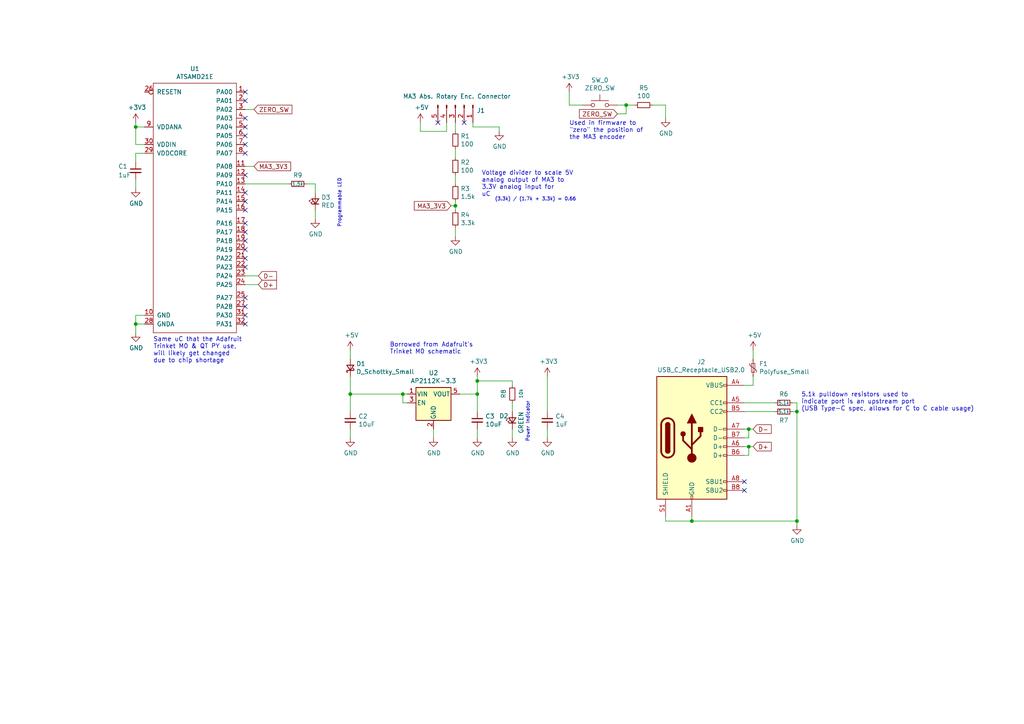
<source format=kicad_sch>
(kicad_sch (version 20211123) (generator eeschema)

  (uuid d3c11c8f-a73d-4211-934b-a6da255728ad)

  (paper "A4")

  (lib_symbols
    (symbol "Connector:Conn_01x05_Male" (pin_names (offset 1.016) hide) (in_bom yes) (on_board yes)
      (property "Reference" "J" (id 0) (at 0 7.62 0)
        (effects (font (size 1.27 1.27)))
      )
      (property "Value" "Conn_01x05_Male" (id 1) (at 0 -7.62 0)
        (effects (font (size 1.27 1.27)))
      )
      (property "Footprint" "" (id 2) (at 0 0 0)
        (effects (font (size 1.27 1.27)) hide)
      )
      (property "Datasheet" "~" (id 3) (at 0 0 0)
        (effects (font (size 1.27 1.27)) hide)
      )
      (property "ki_keywords" "connector" (id 4) (at 0 0 0)
        (effects (font (size 1.27 1.27)) hide)
      )
      (property "ki_description" "Generic connector, single row, 01x05, script generated (kicad-library-utils/schlib/autogen/connector/)" (id 5) (at 0 0 0)
        (effects (font (size 1.27 1.27)) hide)
      )
      (property "ki_fp_filters" "Connector*:*_1x??_*" (id 6) (at 0 0 0)
        (effects (font (size 1.27 1.27)) hide)
      )
      (symbol "Conn_01x05_Male_1_1"
        (polyline
          (pts
            (xy 1.27 -5.08)
            (xy 0.8636 -5.08)
          )
          (stroke (width 0.1524) (type default) (color 0 0 0 0))
          (fill (type none))
        )
        (polyline
          (pts
            (xy 1.27 -2.54)
            (xy 0.8636 -2.54)
          )
          (stroke (width 0.1524) (type default) (color 0 0 0 0))
          (fill (type none))
        )
        (polyline
          (pts
            (xy 1.27 0)
            (xy 0.8636 0)
          )
          (stroke (width 0.1524) (type default) (color 0 0 0 0))
          (fill (type none))
        )
        (polyline
          (pts
            (xy 1.27 2.54)
            (xy 0.8636 2.54)
          )
          (stroke (width 0.1524) (type default) (color 0 0 0 0))
          (fill (type none))
        )
        (polyline
          (pts
            (xy 1.27 5.08)
            (xy 0.8636 5.08)
          )
          (stroke (width 0.1524) (type default) (color 0 0 0 0))
          (fill (type none))
        )
        (rectangle (start 0.8636 -4.953) (end 0 -5.207)
          (stroke (width 0.1524) (type default) (color 0 0 0 0))
          (fill (type outline))
        )
        (rectangle (start 0.8636 -2.413) (end 0 -2.667)
          (stroke (width 0.1524) (type default) (color 0 0 0 0))
          (fill (type outline))
        )
        (rectangle (start 0.8636 0.127) (end 0 -0.127)
          (stroke (width 0.1524) (type default) (color 0 0 0 0))
          (fill (type outline))
        )
        (rectangle (start 0.8636 2.667) (end 0 2.413)
          (stroke (width 0.1524) (type default) (color 0 0 0 0))
          (fill (type outline))
        )
        (rectangle (start 0.8636 5.207) (end 0 4.953)
          (stroke (width 0.1524) (type default) (color 0 0 0 0))
          (fill (type outline))
        )
        (pin passive line (at 5.08 5.08 180) (length 3.81)
          (name "Pin_1" (effects (font (size 1.27 1.27))))
          (number "1" (effects (font (size 1.27 1.27))))
        )
        (pin passive line (at 5.08 2.54 180) (length 3.81)
          (name "Pin_2" (effects (font (size 1.27 1.27))))
          (number "2" (effects (font (size 1.27 1.27))))
        )
        (pin passive line (at 5.08 0 180) (length 3.81)
          (name "Pin_3" (effects (font (size 1.27 1.27))))
          (number "3" (effects (font (size 1.27 1.27))))
        )
        (pin passive line (at 5.08 -2.54 180) (length 3.81)
          (name "Pin_4" (effects (font (size 1.27 1.27))))
          (number "4" (effects (font (size 1.27 1.27))))
        )
        (pin passive line (at 5.08 -5.08 180) (length 3.81)
          (name "Pin_5" (effects (font (size 1.27 1.27))))
          (number "5" (effects (font (size 1.27 1.27))))
        )
      )
    )
    (symbol "Connector:USB_C_Receptacle_USB2.0" (pin_names (offset 1.016)) (in_bom yes) (on_board yes)
      (property "Reference" "J" (id 0) (at -10.16 19.05 0)
        (effects (font (size 1.27 1.27)) (justify left))
      )
      (property "Value" "USB_C_Receptacle_USB2.0" (id 1) (at 19.05 19.05 0)
        (effects (font (size 1.27 1.27)) (justify right))
      )
      (property "Footprint" "" (id 2) (at 3.81 0 0)
        (effects (font (size 1.27 1.27)) hide)
      )
      (property "Datasheet" "https://www.usb.org/sites/default/files/documents/usb_type-c.zip" (id 3) (at 3.81 0 0)
        (effects (font (size 1.27 1.27)) hide)
      )
      (property "ki_keywords" "usb universal serial bus type-C USB2.0" (id 4) (at 0 0 0)
        (effects (font (size 1.27 1.27)) hide)
      )
      (property "ki_description" "USB 2.0-only Type-C Receptacle connector" (id 5) (at 0 0 0)
        (effects (font (size 1.27 1.27)) hide)
      )
      (property "ki_fp_filters" "USB*C*Receptacle*" (id 6) (at 0 0 0)
        (effects (font (size 1.27 1.27)) hide)
      )
      (symbol "USB_C_Receptacle_USB2.0_0_0"
        (rectangle (start -0.254 -17.78) (end 0.254 -16.764)
          (stroke (width 0) (type default) (color 0 0 0 0))
          (fill (type none))
        )
        (rectangle (start 10.16 -14.986) (end 9.144 -15.494)
          (stroke (width 0) (type default) (color 0 0 0 0))
          (fill (type none))
        )
        (rectangle (start 10.16 -12.446) (end 9.144 -12.954)
          (stroke (width 0) (type default) (color 0 0 0 0))
          (fill (type none))
        )
        (rectangle (start 10.16 -4.826) (end 9.144 -5.334)
          (stroke (width 0) (type default) (color 0 0 0 0))
          (fill (type none))
        )
        (rectangle (start 10.16 -2.286) (end 9.144 -2.794)
          (stroke (width 0) (type default) (color 0 0 0 0))
          (fill (type none))
        )
        (rectangle (start 10.16 0.254) (end 9.144 -0.254)
          (stroke (width 0) (type default) (color 0 0 0 0))
          (fill (type none))
        )
        (rectangle (start 10.16 2.794) (end 9.144 2.286)
          (stroke (width 0) (type default) (color 0 0 0 0))
          (fill (type none))
        )
        (rectangle (start 10.16 7.874) (end 9.144 7.366)
          (stroke (width 0) (type default) (color 0 0 0 0))
          (fill (type none))
        )
        (rectangle (start 10.16 10.414) (end 9.144 9.906)
          (stroke (width 0) (type default) (color 0 0 0 0))
          (fill (type none))
        )
        (rectangle (start 10.16 15.494) (end 9.144 14.986)
          (stroke (width 0) (type default) (color 0 0 0 0))
          (fill (type none))
        )
      )
      (symbol "USB_C_Receptacle_USB2.0_0_1"
        (rectangle (start -10.16 17.78) (end 10.16 -17.78)
          (stroke (width 0.254) (type default) (color 0 0 0 0))
          (fill (type background))
        )
        (arc (start -8.89 -3.81) (mid -6.985 -5.715) (end -5.08 -3.81)
          (stroke (width 0.508) (type default) (color 0 0 0 0))
          (fill (type none))
        )
        (arc (start -7.62 -3.81) (mid -6.985 -4.445) (end -6.35 -3.81)
          (stroke (width 0.254) (type default) (color 0 0 0 0))
          (fill (type none))
        )
        (arc (start -7.62 -3.81) (mid -6.985 -4.445) (end -6.35 -3.81)
          (stroke (width 0.254) (type default) (color 0 0 0 0))
          (fill (type outline))
        )
        (rectangle (start -7.62 -3.81) (end -6.35 3.81)
          (stroke (width 0.254) (type default) (color 0 0 0 0))
          (fill (type outline))
        )
        (arc (start -6.35 3.81) (mid -6.985 4.445) (end -7.62 3.81)
          (stroke (width 0.254) (type default) (color 0 0 0 0))
          (fill (type none))
        )
        (arc (start -6.35 3.81) (mid -6.985 4.445) (end -7.62 3.81)
          (stroke (width 0.254) (type default) (color 0 0 0 0))
          (fill (type outline))
        )
        (arc (start -5.08 3.81) (mid -6.985 5.715) (end -8.89 3.81)
          (stroke (width 0.508) (type default) (color 0 0 0 0))
          (fill (type none))
        )
        (circle (center -2.54 1.143) (radius 0.635)
          (stroke (width 0.254) (type default) (color 0 0 0 0))
          (fill (type outline))
        )
        (circle (center 0 -5.842) (radius 1.27)
          (stroke (width 0) (type default) (color 0 0 0 0))
          (fill (type outline))
        )
        (polyline
          (pts
            (xy -8.89 -3.81)
            (xy -8.89 3.81)
          )
          (stroke (width 0.508) (type default) (color 0 0 0 0))
          (fill (type none))
        )
        (polyline
          (pts
            (xy -5.08 3.81)
            (xy -5.08 -3.81)
          )
          (stroke (width 0.508) (type default) (color 0 0 0 0))
          (fill (type none))
        )
        (polyline
          (pts
            (xy 0 -5.842)
            (xy 0 4.318)
          )
          (stroke (width 0.508) (type default) (color 0 0 0 0))
          (fill (type none))
        )
        (polyline
          (pts
            (xy 0 -3.302)
            (xy -2.54 -0.762)
            (xy -2.54 0.508)
          )
          (stroke (width 0.508) (type default) (color 0 0 0 0))
          (fill (type none))
        )
        (polyline
          (pts
            (xy 0 -2.032)
            (xy 2.54 0.508)
            (xy 2.54 1.778)
          )
          (stroke (width 0.508) (type default) (color 0 0 0 0))
          (fill (type none))
        )
        (polyline
          (pts
            (xy -1.27 4.318)
            (xy 0 6.858)
            (xy 1.27 4.318)
            (xy -1.27 4.318)
          )
          (stroke (width 0.254) (type default) (color 0 0 0 0))
          (fill (type outline))
        )
        (rectangle (start 1.905 1.778) (end 3.175 3.048)
          (stroke (width 0.254) (type default) (color 0 0 0 0))
          (fill (type outline))
        )
      )
      (symbol "USB_C_Receptacle_USB2.0_1_1"
        (pin passive line (at 0 -22.86 90) (length 5.08)
          (name "GND" (effects (font (size 1.27 1.27))))
          (number "A1" (effects (font (size 1.27 1.27))))
        )
        (pin passive line (at 0 -22.86 90) (length 5.08) hide
          (name "GND" (effects (font (size 1.27 1.27))))
          (number "A12" (effects (font (size 1.27 1.27))))
        )
        (pin passive line (at 15.24 15.24 180) (length 5.08)
          (name "VBUS" (effects (font (size 1.27 1.27))))
          (number "A4" (effects (font (size 1.27 1.27))))
        )
        (pin bidirectional line (at 15.24 10.16 180) (length 5.08)
          (name "CC1" (effects (font (size 1.27 1.27))))
          (number "A5" (effects (font (size 1.27 1.27))))
        )
        (pin bidirectional line (at 15.24 -2.54 180) (length 5.08)
          (name "D+" (effects (font (size 1.27 1.27))))
          (number "A6" (effects (font (size 1.27 1.27))))
        )
        (pin bidirectional line (at 15.24 2.54 180) (length 5.08)
          (name "D-" (effects (font (size 1.27 1.27))))
          (number "A7" (effects (font (size 1.27 1.27))))
        )
        (pin bidirectional line (at 15.24 -12.7 180) (length 5.08)
          (name "SBU1" (effects (font (size 1.27 1.27))))
          (number "A8" (effects (font (size 1.27 1.27))))
        )
        (pin passive line (at 15.24 15.24 180) (length 5.08) hide
          (name "VBUS" (effects (font (size 1.27 1.27))))
          (number "A9" (effects (font (size 1.27 1.27))))
        )
        (pin passive line (at 0 -22.86 90) (length 5.08) hide
          (name "GND" (effects (font (size 1.27 1.27))))
          (number "B1" (effects (font (size 1.27 1.27))))
        )
        (pin passive line (at 0 -22.86 90) (length 5.08) hide
          (name "GND" (effects (font (size 1.27 1.27))))
          (number "B12" (effects (font (size 1.27 1.27))))
        )
        (pin passive line (at 15.24 15.24 180) (length 5.08) hide
          (name "VBUS" (effects (font (size 1.27 1.27))))
          (number "B4" (effects (font (size 1.27 1.27))))
        )
        (pin bidirectional line (at 15.24 7.62 180) (length 5.08)
          (name "CC2" (effects (font (size 1.27 1.27))))
          (number "B5" (effects (font (size 1.27 1.27))))
        )
        (pin bidirectional line (at 15.24 -5.08 180) (length 5.08)
          (name "D+" (effects (font (size 1.27 1.27))))
          (number "B6" (effects (font (size 1.27 1.27))))
        )
        (pin bidirectional line (at 15.24 0 180) (length 5.08)
          (name "D-" (effects (font (size 1.27 1.27))))
          (number "B7" (effects (font (size 1.27 1.27))))
        )
        (pin bidirectional line (at 15.24 -15.24 180) (length 5.08)
          (name "SBU2" (effects (font (size 1.27 1.27))))
          (number "B8" (effects (font (size 1.27 1.27))))
        )
        (pin passive line (at 15.24 15.24 180) (length 5.08) hide
          (name "VBUS" (effects (font (size 1.27 1.27))))
          (number "B9" (effects (font (size 1.27 1.27))))
        )
        (pin passive line (at -7.62 -22.86 90) (length 5.08)
          (name "SHIELD" (effects (font (size 1.27 1.27))))
          (number "S1" (effects (font (size 1.27 1.27))))
        )
      )
    )
    (symbol "Device:C_Small" (pin_numbers hide) (pin_names (offset 0.254) hide) (in_bom yes) (on_board yes)
      (property "Reference" "C" (id 0) (at 0.254 1.778 0)
        (effects (font (size 1.27 1.27)) (justify left))
      )
      (property "Value" "C_Small" (id 1) (at 0.254 -2.032 0)
        (effects (font (size 1.27 1.27)) (justify left))
      )
      (property "Footprint" "" (id 2) (at 0 0 0)
        (effects (font (size 1.27 1.27)) hide)
      )
      (property "Datasheet" "~" (id 3) (at 0 0 0)
        (effects (font (size 1.27 1.27)) hide)
      )
      (property "ki_keywords" "capacitor cap" (id 4) (at 0 0 0)
        (effects (font (size 1.27 1.27)) hide)
      )
      (property "ki_description" "Unpolarized capacitor, small symbol" (id 5) (at 0 0 0)
        (effects (font (size 1.27 1.27)) hide)
      )
      (property "ki_fp_filters" "C_*" (id 6) (at 0 0 0)
        (effects (font (size 1.27 1.27)) hide)
      )
      (symbol "C_Small_0_1"
        (polyline
          (pts
            (xy -1.524 -0.508)
            (xy 1.524 -0.508)
          )
          (stroke (width 0.3302) (type default) (color 0 0 0 0))
          (fill (type none))
        )
        (polyline
          (pts
            (xy -1.524 0.508)
            (xy 1.524 0.508)
          )
          (stroke (width 0.3048) (type default) (color 0 0 0 0))
          (fill (type none))
        )
      )
      (symbol "C_Small_1_1"
        (pin passive line (at 0 2.54 270) (length 2.032)
          (name "~" (effects (font (size 1.27 1.27))))
          (number "1" (effects (font (size 1.27 1.27))))
        )
        (pin passive line (at 0 -2.54 90) (length 2.032)
          (name "~" (effects (font (size 1.27 1.27))))
          (number "2" (effects (font (size 1.27 1.27))))
        )
      )
    )
    (symbol "Device:D_Schottky_Small" (pin_numbers hide) (pin_names (offset 0.254) hide) (in_bom yes) (on_board yes)
      (property "Reference" "D" (id 0) (at -1.27 2.032 0)
        (effects (font (size 1.27 1.27)) (justify left))
      )
      (property "Value" "D_Schottky_Small" (id 1) (at -7.112 -2.032 0)
        (effects (font (size 1.27 1.27)) (justify left))
      )
      (property "Footprint" "" (id 2) (at 0 0 90)
        (effects (font (size 1.27 1.27)) hide)
      )
      (property "Datasheet" "~" (id 3) (at 0 0 90)
        (effects (font (size 1.27 1.27)) hide)
      )
      (property "ki_keywords" "diode Schottky" (id 4) (at 0 0 0)
        (effects (font (size 1.27 1.27)) hide)
      )
      (property "ki_description" "Schottky diode, small symbol" (id 5) (at 0 0 0)
        (effects (font (size 1.27 1.27)) hide)
      )
      (property "ki_fp_filters" "TO-???* *_Diode_* *SingleDiode* D_*" (id 6) (at 0 0 0)
        (effects (font (size 1.27 1.27)) hide)
      )
      (symbol "D_Schottky_Small_0_1"
        (polyline
          (pts
            (xy -0.762 0)
            (xy 0.762 0)
          )
          (stroke (width 0) (type default) (color 0 0 0 0))
          (fill (type none))
        )
        (polyline
          (pts
            (xy 0.762 -1.016)
            (xy -0.762 0)
            (xy 0.762 1.016)
            (xy 0.762 -1.016)
          )
          (stroke (width 0.254) (type default) (color 0 0 0 0))
          (fill (type none))
        )
        (polyline
          (pts
            (xy -1.27 0.762)
            (xy -1.27 1.016)
            (xy -0.762 1.016)
            (xy -0.762 -1.016)
            (xy -0.254 -1.016)
            (xy -0.254 -0.762)
          )
          (stroke (width 0.254) (type default) (color 0 0 0 0))
          (fill (type none))
        )
      )
      (symbol "D_Schottky_Small_1_1"
        (pin passive line (at -2.54 0 0) (length 1.778)
          (name "K" (effects (font (size 1.27 1.27))))
          (number "1" (effects (font (size 1.27 1.27))))
        )
        (pin passive line (at 2.54 0 180) (length 1.778)
          (name "A" (effects (font (size 1.27 1.27))))
          (number "2" (effects (font (size 1.27 1.27))))
        )
      )
    )
    (symbol "Device:LED_Small" (pin_numbers hide) (pin_names (offset 0.254) hide) (in_bom yes) (on_board yes)
      (property "Reference" "D" (id 0) (at -1.27 3.175 0)
        (effects (font (size 1.27 1.27)) (justify left))
      )
      (property "Value" "LED_Small" (id 1) (at -4.445 -2.54 0)
        (effects (font (size 1.27 1.27)) (justify left))
      )
      (property "Footprint" "" (id 2) (at 0 0 90)
        (effects (font (size 1.27 1.27)) hide)
      )
      (property "Datasheet" "~" (id 3) (at 0 0 90)
        (effects (font (size 1.27 1.27)) hide)
      )
      (property "ki_keywords" "LED diode light-emitting-diode" (id 4) (at 0 0 0)
        (effects (font (size 1.27 1.27)) hide)
      )
      (property "ki_description" "Light emitting diode, small symbol" (id 5) (at 0 0 0)
        (effects (font (size 1.27 1.27)) hide)
      )
      (property "ki_fp_filters" "LED* LED_SMD:* LED_THT:*" (id 6) (at 0 0 0)
        (effects (font (size 1.27 1.27)) hide)
      )
      (symbol "LED_Small_0_1"
        (polyline
          (pts
            (xy -0.762 -1.016)
            (xy -0.762 1.016)
          )
          (stroke (width 0.254) (type default) (color 0 0 0 0))
          (fill (type none))
        )
        (polyline
          (pts
            (xy 1.016 0)
            (xy -0.762 0)
          )
          (stroke (width 0) (type default) (color 0 0 0 0))
          (fill (type none))
        )
        (polyline
          (pts
            (xy 0.762 -1.016)
            (xy -0.762 0)
            (xy 0.762 1.016)
            (xy 0.762 -1.016)
          )
          (stroke (width 0.254) (type default) (color 0 0 0 0))
          (fill (type none))
        )
        (polyline
          (pts
            (xy 0 0.762)
            (xy -0.508 1.27)
            (xy -0.254 1.27)
            (xy -0.508 1.27)
            (xy -0.508 1.016)
          )
          (stroke (width 0) (type default) (color 0 0 0 0))
          (fill (type none))
        )
        (polyline
          (pts
            (xy 0.508 1.27)
            (xy 0 1.778)
            (xy 0.254 1.778)
            (xy 0 1.778)
            (xy 0 1.524)
          )
          (stroke (width 0) (type default) (color 0 0 0 0))
          (fill (type none))
        )
      )
      (symbol "LED_Small_1_1"
        (pin passive line (at -2.54 0 0) (length 1.778)
          (name "K" (effects (font (size 1.27 1.27))))
          (number "1" (effects (font (size 1.27 1.27))))
        )
        (pin passive line (at 2.54 0 180) (length 1.778)
          (name "A" (effects (font (size 1.27 1.27))))
          (number "2" (effects (font (size 1.27 1.27))))
        )
      )
    )
    (symbol "Device:Polyfuse_Small" (pin_numbers hide) (pin_names (offset 0)) (in_bom yes) (on_board yes)
      (property "Reference" "F" (id 0) (at -1.905 0 90)
        (effects (font (size 1.27 1.27)))
      )
      (property "Value" "Polyfuse_Small" (id 1) (at 1.905 0 90)
        (effects (font (size 1.27 1.27)))
      )
      (property "Footprint" "" (id 2) (at 1.27 -5.08 0)
        (effects (font (size 1.27 1.27)) (justify left) hide)
      )
      (property "Datasheet" "~" (id 3) (at 0 0 0)
        (effects (font (size 1.27 1.27)) hide)
      )
      (property "ki_keywords" "resettable fuse PTC PPTC polyfuse polyswitch" (id 4) (at 0 0 0)
        (effects (font (size 1.27 1.27)) hide)
      )
      (property "ki_description" "Resettable fuse, polymeric positive temperature coefficient, small symbol" (id 5) (at 0 0 0)
        (effects (font (size 1.27 1.27)) hide)
      )
      (property "ki_fp_filters" "*polyfuse* *PTC*" (id 6) (at 0 0 0)
        (effects (font (size 1.27 1.27)) hide)
      )
      (symbol "Polyfuse_Small_0_1"
        (rectangle (start -0.508 1.27) (end 0.508 -1.27)
          (stroke (width 0) (type default) (color 0 0 0 0))
          (fill (type none))
        )
        (polyline
          (pts
            (xy 0 2.54)
            (xy 0 -2.54)
          )
          (stroke (width 0) (type default) (color 0 0 0 0))
          (fill (type none))
        )
        (polyline
          (pts
            (xy -1.016 1.27)
            (xy -1.016 0.762)
            (xy 1.016 -0.762)
            (xy 1.016 -1.27)
          )
          (stroke (width 0) (type default) (color 0 0 0 0))
          (fill (type none))
        )
      )
      (symbol "Polyfuse_Small_1_1"
        (pin passive line (at 0 2.54 270) (length 0.635)
          (name "~" (effects (font (size 1.27 1.27))))
          (number "1" (effects (font (size 1.27 1.27))))
        )
        (pin passive line (at 0 -2.54 90) (length 0.635)
          (name "~" (effects (font (size 1.27 1.27))))
          (number "2" (effects (font (size 1.27 1.27))))
        )
      )
    )
    (symbol "Device:R_Small" (pin_numbers hide) (pin_names (offset 0.254) hide) (in_bom yes) (on_board yes)
      (property "Reference" "R" (id 0) (at 0.762 0.508 0)
        (effects (font (size 1.27 1.27)) (justify left))
      )
      (property "Value" "R_Small" (id 1) (at 0.762 -1.016 0)
        (effects (font (size 1.27 1.27)) (justify left))
      )
      (property "Footprint" "" (id 2) (at 0 0 0)
        (effects (font (size 1.27 1.27)) hide)
      )
      (property "Datasheet" "~" (id 3) (at 0 0 0)
        (effects (font (size 1.27 1.27)) hide)
      )
      (property "ki_keywords" "R resistor" (id 4) (at 0 0 0)
        (effects (font (size 1.27 1.27)) hide)
      )
      (property "ki_description" "Resistor, small symbol" (id 5) (at 0 0 0)
        (effects (font (size 1.27 1.27)) hide)
      )
      (property "ki_fp_filters" "R_*" (id 6) (at 0 0 0)
        (effects (font (size 1.27 1.27)) hide)
      )
      (symbol "R_Small_0_1"
        (rectangle (start -0.762 1.778) (end 0.762 -1.778)
          (stroke (width 0.2032) (type default) (color 0 0 0 0))
          (fill (type none))
        )
      )
      (symbol "R_Small_1_1"
        (pin passive line (at 0 2.54 270) (length 0.762)
          (name "~" (effects (font (size 1.27 1.27))))
          (number "1" (effects (font (size 1.27 1.27))))
        )
        (pin passive line (at 0 -2.54 90) (length 0.762)
          (name "~" (effects (font (size 1.27 1.27))))
          (number "2" (effects (font (size 1.27 1.27))))
        )
      )
    )
    (symbol "Regulator_Linear:AP2112K-3.3" (pin_names (offset 0.254)) (in_bom yes) (on_board yes)
      (property "Reference" "U" (id 0) (at -5.08 5.715 0)
        (effects (font (size 1.27 1.27)) (justify left))
      )
      (property "Value" "AP2112K-3.3" (id 1) (at 0 5.715 0)
        (effects (font (size 1.27 1.27)) (justify left))
      )
      (property "Footprint" "Package_TO_SOT_SMD:SOT-23-5" (id 2) (at 0 8.255 0)
        (effects (font (size 1.27 1.27)) hide)
      )
      (property "Datasheet" "https://www.diodes.com/assets/Datasheets/AP2112.pdf" (id 3) (at 0 2.54 0)
        (effects (font (size 1.27 1.27)) hide)
      )
      (property "ki_keywords" "linear regulator ldo fixed positive" (id 4) (at 0 0 0)
        (effects (font (size 1.27 1.27)) hide)
      )
      (property "ki_description" "600mA low dropout linear regulator, with enable pin, 3.8V-6V input voltage range, 3.3V fixed positive output, SOT-23-5" (id 5) (at 0 0 0)
        (effects (font (size 1.27 1.27)) hide)
      )
      (property "ki_fp_filters" "SOT?23?5*" (id 6) (at 0 0 0)
        (effects (font (size 1.27 1.27)) hide)
      )
      (symbol "AP2112K-3.3_0_1"
        (rectangle (start -5.08 4.445) (end 5.08 -5.08)
          (stroke (width 0.254) (type default) (color 0 0 0 0))
          (fill (type background))
        )
      )
      (symbol "AP2112K-3.3_1_1"
        (pin power_in line (at -7.62 2.54 0) (length 2.54)
          (name "VIN" (effects (font (size 1.27 1.27))))
          (number "1" (effects (font (size 1.27 1.27))))
        )
        (pin power_in line (at 0 -7.62 90) (length 2.54)
          (name "GND" (effects (font (size 1.27 1.27))))
          (number "2" (effects (font (size 1.27 1.27))))
        )
        (pin input line (at -7.62 0 0) (length 2.54)
          (name "EN" (effects (font (size 1.27 1.27))))
          (number "3" (effects (font (size 1.27 1.27))))
        )
        (pin no_connect line (at 5.08 0 180) (length 2.54) hide
          (name "NC" (effects (font (size 1.27 1.27))))
          (number "4" (effects (font (size 1.27 1.27))))
        )
        (pin power_out line (at 7.62 2.54 180) (length 2.54)
          (name "VOUT" (effects (font (size 1.27 1.27))))
          (number "5" (effects (font (size 1.27 1.27))))
        )
      )
    )
    (symbol "Switch:SW_Push" (pin_numbers hide) (pin_names (offset 1.016) hide) (in_bom yes) (on_board yes)
      (property "Reference" "SW" (id 0) (at 1.27 2.54 0)
        (effects (font (size 1.27 1.27)) (justify left))
      )
      (property "Value" "SW_Push" (id 1) (at 0 -1.524 0)
        (effects (font (size 1.27 1.27)))
      )
      (property "Footprint" "" (id 2) (at 0 5.08 0)
        (effects (font (size 1.27 1.27)) hide)
      )
      (property "Datasheet" "~" (id 3) (at 0 5.08 0)
        (effects (font (size 1.27 1.27)) hide)
      )
      (property "ki_keywords" "switch normally-open pushbutton push-button" (id 4) (at 0 0 0)
        (effects (font (size 1.27 1.27)) hide)
      )
      (property "ki_description" "Push button switch, generic, two pins" (id 5) (at 0 0 0)
        (effects (font (size 1.27 1.27)) hide)
      )
      (symbol "SW_Push_0_1"
        (circle (center -2.032 0) (radius 0.508)
          (stroke (width 0) (type default) (color 0 0 0 0))
          (fill (type none))
        )
        (polyline
          (pts
            (xy 0 1.27)
            (xy 0 3.048)
          )
          (stroke (width 0) (type default) (color 0 0 0 0))
          (fill (type none))
        )
        (polyline
          (pts
            (xy 2.54 1.27)
            (xy -2.54 1.27)
          )
          (stroke (width 0) (type default) (color 0 0 0 0))
          (fill (type none))
        )
        (circle (center 2.032 0) (radius 0.508)
          (stroke (width 0) (type default) (color 0 0 0 0))
          (fill (type none))
        )
        (pin passive line (at -5.08 0 0) (length 2.54)
          (name "1" (effects (font (size 1.27 1.27))))
          (number "1" (effects (font (size 1.27 1.27))))
        )
        (pin passive line (at 5.08 0 180) (length 2.54)
          (name "2" (effects (font (size 1.27 1.27))))
          (number "2" (effects (font (size 1.27 1.27))))
        )
      )
    )
    (symbol "power:+3.3V" (power) (pin_names (offset 0)) (in_bom yes) (on_board yes)
      (property "Reference" "#PWR" (id 0) (at 0 -3.81 0)
        (effects (font (size 1.27 1.27)) hide)
      )
      (property "Value" "+3.3V" (id 1) (at 0 3.556 0)
        (effects (font (size 1.27 1.27)))
      )
      (property "Footprint" "" (id 2) (at 0 0 0)
        (effects (font (size 1.27 1.27)) hide)
      )
      (property "Datasheet" "" (id 3) (at 0 0 0)
        (effects (font (size 1.27 1.27)) hide)
      )
      (property "ki_keywords" "power-flag" (id 4) (at 0 0 0)
        (effects (font (size 1.27 1.27)) hide)
      )
      (property "ki_description" "Power symbol creates a global label with name \"+3.3V\"" (id 5) (at 0 0 0)
        (effects (font (size 1.27 1.27)) hide)
      )
      (symbol "+3.3V_0_1"
        (polyline
          (pts
            (xy -0.762 1.27)
            (xy 0 2.54)
          )
          (stroke (width 0) (type default) (color 0 0 0 0))
          (fill (type none))
        )
        (polyline
          (pts
            (xy 0 0)
            (xy 0 2.54)
          )
          (stroke (width 0) (type default) (color 0 0 0 0))
          (fill (type none))
        )
        (polyline
          (pts
            (xy 0 2.54)
            (xy 0.762 1.27)
          )
          (stroke (width 0) (type default) (color 0 0 0 0))
          (fill (type none))
        )
      )
      (symbol "+3.3V_1_1"
        (pin power_in line (at 0 0 90) (length 0) hide
          (name "+3V3" (effects (font (size 1.27 1.27))))
          (number "1" (effects (font (size 1.27 1.27))))
        )
      )
    )
    (symbol "power:+5V" (power) (pin_names (offset 0)) (in_bom yes) (on_board yes)
      (property "Reference" "#PWR" (id 0) (at 0 -3.81 0)
        (effects (font (size 1.27 1.27)) hide)
      )
      (property "Value" "+5V" (id 1) (at 0 3.556 0)
        (effects (font (size 1.27 1.27)))
      )
      (property "Footprint" "" (id 2) (at 0 0 0)
        (effects (font (size 1.27 1.27)) hide)
      )
      (property "Datasheet" "" (id 3) (at 0 0 0)
        (effects (font (size 1.27 1.27)) hide)
      )
      (property "ki_keywords" "power-flag" (id 4) (at 0 0 0)
        (effects (font (size 1.27 1.27)) hide)
      )
      (property "ki_description" "Power symbol creates a global label with name \"+5V\"" (id 5) (at 0 0 0)
        (effects (font (size 1.27 1.27)) hide)
      )
      (symbol "+5V_0_1"
        (polyline
          (pts
            (xy -0.762 1.27)
            (xy 0 2.54)
          )
          (stroke (width 0) (type default) (color 0 0 0 0))
          (fill (type none))
        )
        (polyline
          (pts
            (xy 0 0)
            (xy 0 2.54)
          )
          (stroke (width 0) (type default) (color 0 0 0 0))
          (fill (type none))
        )
        (polyline
          (pts
            (xy 0 2.54)
            (xy 0.762 1.27)
          )
          (stroke (width 0) (type default) (color 0 0 0 0))
          (fill (type none))
        )
      )
      (symbol "+5V_1_1"
        (pin power_in line (at 0 0 90) (length 0) hide
          (name "+5V" (effects (font (size 1.27 1.27))))
          (number "1" (effects (font (size 1.27 1.27))))
        )
      )
    )
    (symbol "power:GND" (power) (pin_names (offset 0)) (in_bom yes) (on_board yes)
      (property "Reference" "#PWR" (id 0) (at 0 -6.35 0)
        (effects (font (size 1.27 1.27)) hide)
      )
      (property "Value" "GND" (id 1) (at 0 -3.81 0)
        (effects (font (size 1.27 1.27)))
      )
      (property "Footprint" "" (id 2) (at 0 0 0)
        (effects (font (size 1.27 1.27)) hide)
      )
      (property "Datasheet" "" (id 3) (at 0 0 0)
        (effects (font (size 1.27 1.27)) hide)
      )
      (property "ki_keywords" "power-flag" (id 4) (at 0 0 0)
        (effects (font (size 1.27 1.27)) hide)
      )
      (property "ki_description" "Power symbol creates a global label with name \"GND\" , ground" (id 5) (at 0 0 0)
        (effects (font (size 1.27 1.27)) hide)
      )
      (symbol "GND_0_1"
        (polyline
          (pts
            (xy 0 0)
            (xy 0 -1.27)
            (xy 1.27 -1.27)
            (xy 0 -2.54)
            (xy -1.27 -1.27)
            (xy 0 -1.27)
          )
          (stroke (width 0) (type default) (color 0 0 0 0))
          (fill (type none))
        )
      )
      (symbol "GND_1_1"
        (pin power_in line (at 0 0 270) (length 0) hide
          (name "GND" (effects (font (size 1.27 1.27))))
          (number "1" (effects (font (size 1.27 1.27))))
        )
      )
    )
    (symbol "test_stand_smd-rescue:ATSAMD21E-trinket_m0" (pin_names (offset 1.016)) (in_bom yes) (on_board yes)
      (property "Reference" "U" (id 0) (at 1.27 1.27 0)
        (effects (font (size 1.27 1.27)))
      )
      (property "Value" "test_stand_smd-rescue_ATSAMD21E-trinket_m0" (id 1) (at 19.05 -73.66 0)
        (effects (font (size 1.27 1.27)))
      )
      (property "Footprint" "" (id 2) (at 0 0 0)
        (effects (font (size 1.27 1.27)) hide)
      )
      (property "Datasheet" "" (id 3) (at 0 0 0)
        (effects (font (size 1.27 1.27)) hide)
      )
      (symbol "ATSAMD21E-trinket_m0_0_1"
        (rectangle (start 0 0) (end 24.13 -72.39)
          (stroke (width 0) (type default) (color 0 0 0 0))
          (fill (type none))
        )
      )
      (symbol "ATSAMD21E-trinket_m0_1_1"
        (pin bidirectional line (at 26.67 -2.54 180) (length 2.54)
          (name "PA00" (effects (font (size 1.27 1.27))))
          (number "1" (effects (font (size 1.27 1.27))))
        )
        (pin passive line (at -2.54 -67.31 0) (length 2.54)
          (name "GND" (effects (font (size 1.27 1.27))))
          (number "10" (effects (font (size 1.27 1.27))))
        )
        (pin bidirectional line (at 26.67 -24.13 180) (length 2.54)
          (name "PA08" (effects (font (size 1.27 1.27))))
          (number "11" (effects (font (size 1.27 1.27))))
        )
        (pin bidirectional line (at 26.67 -26.67 180) (length 2.54)
          (name "PA09" (effects (font (size 1.27 1.27))))
          (number "12" (effects (font (size 1.27 1.27))))
        )
        (pin bidirectional line (at 26.67 -29.21 180) (length 2.54)
          (name "PA10" (effects (font (size 1.27 1.27))))
          (number "13" (effects (font (size 1.27 1.27))))
        )
        (pin bidirectional line (at 26.67 -31.75 180) (length 2.54)
          (name "PA11" (effects (font (size 1.27 1.27))))
          (number "14" (effects (font (size 1.27 1.27))))
        )
        (pin bidirectional line (at 26.67 -34.29 180) (length 2.54)
          (name "PA14" (effects (font (size 1.27 1.27))))
          (number "15" (effects (font (size 1.27 1.27))))
        )
        (pin bidirectional line (at 26.67 -36.83 180) (length 2.54)
          (name "PA15" (effects (font (size 1.27 1.27))))
          (number "16" (effects (font (size 1.27 1.27))))
        )
        (pin bidirectional line (at 26.67 -40.64 180) (length 2.54)
          (name "PA16" (effects (font (size 1.27 1.27))))
          (number "17" (effects (font (size 1.27 1.27))))
        )
        (pin bidirectional line (at 26.67 -43.18 180) (length 2.54)
          (name "PA17" (effects (font (size 1.27 1.27))))
          (number "18" (effects (font (size 1.27 1.27))))
        )
        (pin bidirectional line (at 26.67 -45.72 180) (length 2.54)
          (name "PA18" (effects (font (size 1.27 1.27))))
          (number "19" (effects (font (size 1.27 1.27))))
        )
        (pin bidirectional line (at 26.67 -5.08 180) (length 2.54)
          (name "PA01" (effects (font (size 1.27 1.27))))
          (number "2" (effects (font (size 1.27 1.27))))
        )
        (pin bidirectional line (at 26.67 -48.26 180) (length 2.54)
          (name "PA19" (effects (font (size 1.27 1.27))))
          (number "20" (effects (font (size 1.27 1.27))))
        )
        (pin bidirectional line (at 26.67 -50.8 180) (length 2.54)
          (name "PA22" (effects (font (size 1.27 1.27))))
          (number "21" (effects (font (size 1.27 1.27))))
        )
        (pin bidirectional line (at 26.67 -53.34 180) (length 2.54)
          (name "PA23" (effects (font (size 1.27 1.27))))
          (number "22" (effects (font (size 1.27 1.27))))
        )
        (pin bidirectional line (at 26.67 -55.88 180) (length 2.54)
          (name "PA24" (effects (font (size 1.27 1.27))))
          (number "23" (effects (font (size 1.27 1.27))))
        )
        (pin bidirectional line (at 26.67 -58.42 180) (length 2.54)
          (name "PA25" (effects (font (size 1.27 1.27))))
          (number "24" (effects (font (size 1.27 1.27))))
        )
        (pin bidirectional line (at 26.67 -62.23 180) (length 2.54)
          (name "PA27" (effects (font (size 1.27 1.27))))
          (number "25" (effects (font (size 1.27 1.27))))
        )
        (pin input inverted (at -2.54 -2.54 0) (length 2.54)
          (name "RESETN" (effects (font (size 1.27 1.27))))
          (number "26" (effects (font (size 1.27 1.27))))
        )
        (pin bidirectional line (at 26.67 -64.77 180) (length 2.54)
          (name "PA28" (effects (font (size 1.27 1.27))))
          (number "27" (effects (font (size 1.27 1.27))))
        )
        (pin passive line (at -2.54 -69.85 0) (length 2.54)
          (name "GNDA" (effects (font (size 1.27 1.27))))
          (number "28" (effects (font (size 1.27 1.27))))
        )
        (pin output line (at -2.54 -20.32 0) (length 2.54)
          (name "VDDCORE" (effects (font (size 1.27 1.27))))
          (number "29" (effects (font (size 1.27 1.27))))
        )
        (pin bidirectional line (at 26.67 -7.62 180) (length 2.54)
          (name "PA02" (effects (font (size 1.27 1.27))))
          (number "3" (effects (font (size 1.27 1.27))))
        )
        (pin output line (at -2.54 -17.78 0) (length 2.54)
          (name "VDDIN" (effects (font (size 1.27 1.27))))
          (number "30" (effects (font (size 1.27 1.27))))
        )
        (pin bidirectional line (at 26.67 -67.31 180) (length 2.54)
          (name "PA30" (effects (font (size 1.27 1.27))))
          (number "31" (effects (font (size 1.27 1.27))))
        )
        (pin bidirectional line (at 26.67 -69.85 180) (length 2.54)
          (name "PA31" (effects (font (size 1.27 1.27))))
          (number "32" (effects (font (size 1.27 1.27))))
        )
        (pin bidirectional line (at 26.67 -10.16 180) (length 2.54)
          (name "PA03" (effects (font (size 1.27 1.27))))
          (number "4" (effects (font (size 1.27 1.27))))
        )
        (pin bidirectional line (at 26.67 -12.7 180) (length 2.54)
          (name "PA04" (effects (font (size 1.27 1.27))))
          (number "5" (effects (font (size 1.27 1.27))))
        )
        (pin bidirectional line (at 26.67 -15.24 180) (length 2.54)
          (name "PA05" (effects (font (size 1.27 1.27))))
          (number "6" (effects (font (size 1.27 1.27))))
        )
        (pin bidirectional line (at 26.67 -17.78 180) (length 2.54)
          (name "PA06" (effects (font (size 1.27 1.27))))
          (number "7" (effects (font (size 1.27 1.27))))
        )
        (pin bidirectional line (at 26.67 -20.32 180) (length 2.54)
          (name "PA07" (effects (font (size 1.27 1.27))))
          (number "8" (effects (font (size 1.27 1.27))))
        )
        (pin output line (at -2.54 -12.7 0) (length 2.54)
          (name "VDDANA" (effects (font (size 1.27 1.27))))
          (number "9" (effects (font (size 1.27 1.27))))
        )
      )
    )
  )

  (junction (at 231.14 151.13) (diameter 0) (color 0 0 0 0)
    (uuid 099096e4-8c2a-4d84-a16f-06b4b6330e7a)
  )
  (junction (at 101.6 114.3) (diameter 0) (color 0 0 0 0)
    (uuid 0f324b67-75ef-407f-8dbc-3c1fc5c2abba)
  )
  (junction (at 181.61 30.48) (diameter 0) (color 0 0 0 0)
    (uuid 2dc54bac-8640-4dd7-b8ed-3c7acb01a8ea)
  )
  (junction (at 138.43 114.3) (diameter 0) (color 0 0 0 0)
    (uuid 31540a7e-dc9e-4e4d-96b1-dab15efa5f4b)
  )
  (junction (at 231.14 119.38) (diameter 0) (color 0 0 0 0)
    (uuid 34a74736-156e-4bf3-9200-cd137cfa59da)
  )
  (junction (at 138.43 110.49) (diameter 0) (color 0 0 0 0)
    (uuid 4ba06b66-7669-4c70-b585-f5d4c9c33527)
  )
  (junction (at 217.17 124.46) (diameter 0) (color 0 0 0 0)
    (uuid 5ca4be1c-537e-4a4a-b344-d0c8ffde8546)
  )
  (junction (at 200.66 151.13) (diameter 0) (color 0 0 0 0)
    (uuid 6c2d26bc-6eca-436c-8025-79f817bf57d6)
  )
  (junction (at 116.84 114.3) (diameter 0) (color 0 0 0 0)
    (uuid 700e8b73-5976-423f-a3f3-ab3d9f3e9760)
  )
  (junction (at 39.37 36.83) (diameter 0) (color 0 0 0 0)
    (uuid 911bdcbe-493f-4e21-a506-7cbc636e2c17)
  )
  (junction (at 39.37 93.98) (diameter 0) (color 0 0 0 0)
    (uuid b1c649b1-f44d-46c7-9dea-818e75a1b87e)
  )
  (junction (at 132.08 59.69) (diameter 0) (color 0 0 0 0)
    (uuid c1c799a0-3c93-493a-9ad7-8a0561bc69ee)
  )
  (junction (at 217.17 129.54) (diameter 0) (color 0 0 0 0)
    (uuid cfa5c16e-7859-460d-a0b8-cea7d7ea629c)
  )

  (no_connect (at 71.12 44.45) (uuid 00e38d63-5436-49db-81f5-697421f168fc))
  (no_connect (at 71.12 93.98) (uuid 088f77ba-fca9-42b3-876e-a6937267f957))
  (no_connect (at 71.12 58.42) (uuid 155b0b7c-70b4-4a26-a550-bac13cab0aa4))
  (no_connect (at 71.12 60.96) (uuid 1fa508ef-df83-4c99-846b-9acf535b3ad9))
  (no_connect (at 71.12 39.37) (uuid 38a501e2-0ee8-439d-bd02-e9e90e7503e9))
  (no_connect (at 71.12 55.88) (uuid 399fc36a-ed5d-44b5-82f7-c6f83d9acc14))
  (no_connect (at 71.12 64.77) (uuid 4f411f68-04bd-4175-a406-bcaa4cf6601e))
  (no_connect (at 71.12 29.21) (uuid 61fe4c73-be59-4519-98f1-a634322a841d))
  (no_connect (at 215.9 142.24) (uuid 676efd2f-1c48-4786-9e4b-2444f1e8f6ff))
  (no_connect (at 71.12 77.47) (uuid 6e435cd4-da2b-4602-a0aa-5dd988834dff))
  (no_connect (at 71.12 74.93) (uuid 6f675e5f-8fe6-4148-baf1-da97afc770f8))
  (no_connect (at 71.12 41.91) (uuid 70e4263f-d95a-4431-b3f3-cfc800c82056))
  (no_connect (at 71.12 91.44) (uuid 71989e06-8659-4605-b2da-4f729cc41263))
  (no_connect (at 215.9 139.7) (uuid 8d9a3ecc-539f-41da-8099-d37cea9c28e7))
  (no_connect (at 71.12 67.31) (uuid 8fc062a7-114d-48eb-a8f8-71128838f380))
  (no_connect (at 71.12 69.85) (uuid 917920ab-0c6e-4927-974d-ef342cdd4f63))
  (no_connect (at 71.12 88.9) (uuid 9a0b74a5-4879-4b51-8e8e-6d85a0107422))
  (no_connect (at 134.62 35.56) (uuid 9b3c58a7-a9b9-4498-abc0-f9f43e4f0292))
  (no_connect (at 127 35.56) (uuid c094494a-f6f7-43fc-a007-4951484ddf3a))
  (no_connect (at 71.12 36.83) (uuid c0c2eb8e-f6d1-4506-8e6b-4f995ad74c1f))
  (no_connect (at 71.12 72.39) (uuid d69a5fdf-de15-4ec9-94f6-f9ee2f4b69fa))
  (no_connect (at 71.12 26.67) (uuid e5864fe6-2a71-47f0-90ce-38c3f8901580))
  (no_connect (at 71.12 86.36) (uuid eae14f5f-515c-4a6f-ad0e-e8ef233d14bf))
  (no_connect (at 71.12 34.29) (uuid f9c81c26-f253-4227-a69f-53e64841cfbe))
  (no_connect (at 71.12 50.8) (uuid fbe8ebfc-2a8e-4eb8-85c5-38ddeaa5dd00))

  (wire (pts (xy 179.07 33.02) (xy 181.61 33.02))
    (stroke (width 0) (type default) (color 0 0 0 0))
    (uuid 009a4fb4-fcc0-4623-ae5d-c1bae3219583)
  )
  (wire (pts (xy 148.59 116.84) (xy 148.59 119.38))
    (stroke (width 0) (type default) (color 0 0 0 0))
    (uuid 009b5465-0a65-4237-93e7-eb65321eeb18)
  )
  (wire (pts (xy 215.9 116.84) (xy 224.79 116.84))
    (stroke (width 0) (type default) (color 0 0 0 0))
    (uuid 097edb1b-8998-4e70-b670-bba125982348)
  )
  (wire (pts (xy 39.37 91.44) (xy 39.37 93.98))
    (stroke (width 0) (type default) (color 0 0 0 0))
    (uuid 0c3dceba-7c95-4b3d-b590-0eb581444beb)
  )
  (wire (pts (xy 138.43 119.38) (xy 138.43 114.3))
    (stroke (width 0) (type default) (color 0 0 0 0))
    (uuid 0f31f11f-c374-4640-b9a4-07bbdba8d354)
  )
  (wire (pts (xy 218.44 101.6) (xy 218.44 104.14))
    (stroke (width 0) (type default) (color 0 0 0 0))
    (uuid 101ef598-601d-400e-9ef6-d655fbb1dbfa)
  )
  (wire (pts (xy 138.43 109.22) (xy 138.43 110.49))
    (stroke (width 0) (type default) (color 0 0 0 0))
    (uuid 109caac1-5036-4f23-9a66-f569d871501b)
  )
  (wire (pts (xy 215.9 129.54) (xy 217.17 129.54))
    (stroke (width 0) (type default) (color 0 0 0 0))
    (uuid 14769dc5-8525-4984-8b15-a734ee247efa)
  )
  (wire (pts (xy 132.08 50.8) (xy 132.08 53.34))
    (stroke (width 0) (type default) (color 0 0 0 0))
    (uuid 173f6f06-e7d0-42ac-ab03-ce6b79b9eeee)
  )
  (wire (pts (xy 193.04 149.86) (xy 193.04 151.13))
    (stroke (width 0) (type default) (color 0 0 0 0))
    (uuid 182b2d54-931d-49d6-9f39-60a752623e36)
  )
  (wire (pts (xy 116.84 116.84) (xy 116.84 114.3))
    (stroke (width 0) (type default) (color 0 0 0 0))
    (uuid 1f8b2c0c-b042-4e2e-80f6-4959a27b238f)
  )
  (wire (pts (xy 148.59 111.76) (xy 148.59 110.49))
    (stroke (width 0) (type default) (color 0 0 0 0))
    (uuid 221bef83-3ea7-4d3f-adeb-53a8a07c6273)
  )
  (wire (pts (xy 130.81 59.69) (xy 132.08 59.69))
    (stroke (width 0) (type default) (color 0 0 0 0))
    (uuid 262f1ea9-0133-4b43-be36-456207ea857c)
  )
  (wire (pts (xy 217.17 124.46) (xy 215.9 124.46))
    (stroke (width 0) (type default) (color 0 0 0 0))
    (uuid 275aa44a-b61f-489f-9e2a-819a0fe0d1eb)
  )
  (wire (pts (xy 129.54 38.1) (xy 121.92 38.1))
    (stroke (width 0) (type default) (color 0 0 0 0))
    (uuid 27d56953-c620-4d5b-9c1c-e48bc3d9684a)
  )
  (wire (pts (xy 200.66 149.86) (xy 200.66 151.13))
    (stroke (width 0) (type default) (color 0 0 0 0))
    (uuid 2dc272bd-3aa2-45b5-889d-1d3c8aac80f8)
  )
  (wire (pts (xy 132.08 43.18) (xy 132.08 45.72))
    (stroke (width 0) (type default) (color 0 0 0 0))
    (uuid 2e842263-c0ba-46fd-a760-6624d4c78278)
  )
  (wire (pts (xy 158.75 127) (xy 158.75 124.46))
    (stroke (width 0) (type default) (color 0 0 0 0))
    (uuid 34cdc1c9-c9e2-44c4-9677-c1c7d7efd83d)
  )
  (wire (pts (xy 217.17 129.54) (xy 218.44 129.54))
    (stroke (width 0) (type default) (color 0 0 0 0))
    (uuid 37e8181c-a81e-498b-b2e2-0aef0c391059)
  )
  (wire (pts (xy 101.6 101.6) (xy 101.6 104.14))
    (stroke (width 0) (type default) (color 0 0 0 0))
    (uuid 4107d40a-e5df-4255-aacc-13f9928e090c)
  )
  (wire (pts (xy 83.82 53.34) (xy 71.12 53.34))
    (stroke (width 0) (type default) (color 0 0 0 0))
    (uuid 479331ff-c540-41f4-84e6-b48d65171e59)
  )
  (wire (pts (xy 41.91 44.45) (xy 39.37 44.45))
    (stroke (width 0) (type default) (color 0 0 0 0))
    (uuid 4a21e717-d46d-4d9e-8b98-af4ecb02d3ec)
  )
  (wire (pts (xy 138.43 124.46) (xy 138.43 127))
    (stroke (width 0) (type default) (color 0 0 0 0))
    (uuid 4a850cb6-bb24-4274-a902-e49f34f0a0e3)
  )
  (wire (pts (xy 39.37 54.61) (xy 39.37 52.07))
    (stroke (width 0) (type default) (color 0 0 0 0))
    (uuid 4f66b314-0f62-4fb6-8c3c-f9c6a75cd3ec)
  )
  (wire (pts (xy 193.04 151.13) (xy 200.66 151.13))
    (stroke (width 0) (type default) (color 0 0 0 0))
    (uuid 5114c7bf-b955-49f3-a0a8-4b954c81bde0)
  )
  (wire (pts (xy 217.17 127) (xy 217.17 124.46))
    (stroke (width 0) (type default) (color 0 0 0 0))
    (uuid 57c0c267-8bf9-4cc7-b734-d71a239ac313)
  )
  (wire (pts (xy 73.66 31.75) (xy 71.12 31.75))
    (stroke (width 0) (type default) (color 0 0 0 0))
    (uuid 609b9e1b-4e3b-42b7-ac76-a62ec4d0e7c7)
  )
  (wire (pts (xy 138.43 110.49) (xy 138.43 114.3))
    (stroke (width 0) (type default) (color 0 0 0 0))
    (uuid 60ff6322-62e2-4602-9bc0-7a0f0a5ecfbf)
  )
  (wire (pts (xy 200.66 151.13) (xy 231.14 151.13))
    (stroke (width 0) (type default) (color 0 0 0 0))
    (uuid 6284122b-79c3-4e04-925e-3d32cc3ec077)
  )
  (wire (pts (xy 231.14 151.13) (xy 231.14 152.4))
    (stroke (width 0) (type default) (color 0 0 0 0))
    (uuid 67763d19-f622-4e1e-81e5-5b24da7c3f99)
  )
  (wire (pts (xy 41.91 41.91) (xy 39.37 41.91))
    (stroke (width 0) (type default) (color 0 0 0 0))
    (uuid 68877d35-b796-44db-9124-b8e744e7412e)
  )
  (wire (pts (xy 215.9 132.08) (xy 217.17 132.08))
    (stroke (width 0) (type default) (color 0 0 0 0))
    (uuid 6c67e4f6-9d04-4539-b356-b76e915ce848)
  )
  (wire (pts (xy 125.73 124.46) (xy 125.73 127))
    (stroke (width 0) (type default) (color 0 0 0 0))
    (uuid 6d1d60ff-408a-47a7-892f-c5cf9ef6ca75)
  )
  (wire (pts (xy 39.37 36.83) (xy 39.37 35.56))
    (stroke (width 0) (type default) (color 0 0 0 0))
    (uuid 6d26d68f-1ca7-4ff3-b058-272f1c399047)
  )
  (wire (pts (xy 132.08 66.04) (xy 132.08 68.58))
    (stroke (width 0) (type default) (color 0 0 0 0))
    (uuid 6e68f0cd-800e-4167-9553-71fc59da1eeb)
  )
  (wire (pts (xy 132.08 59.69) (xy 132.08 60.96))
    (stroke (width 0) (type default) (color 0 0 0 0))
    (uuid 721d1be9-236e-470b-ba69-f1cc6c43faf9)
  )
  (wire (pts (xy 101.6 109.22) (xy 101.6 114.3))
    (stroke (width 0) (type default) (color 0 0 0 0))
    (uuid 79e31048-072a-4a40-a625-26bb0b5f046b)
  )
  (wire (pts (xy 218.44 111.76) (xy 218.44 109.22))
    (stroke (width 0) (type default) (color 0 0 0 0))
    (uuid 8087f566-a94d-4bbc-985b-e49ee7762296)
  )
  (wire (pts (xy 215.9 127) (xy 217.17 127))
    (stroke (width 0) (type default) (color 0 0 0 0))
    (uuid 853ee787-6e2c-4f32-bc75-6c17337dd3d5)
  )
  (wire (pts (xy 229.87 119.38) (xy 231.14 119.38))
    (stroke (width 0) (type default) (color 0 0 0 0))
    (uuid 87d7448e-e139-4209-ae0b-372f805267da)
  )
  (wire (pts (xy 179.07 30.48) (xy 181.61 30.48))
    (stroke (width 0) (type default) (color 0 0 0 0))
    (uuid 88668202-3f0b-4d07-84d4-dcd790f57272)
  )
  (wire (pts (xy 132.08 35.56) (xy 132.08 38.1))
    (stroke (width 0) (type default) (color 0 0 0 0))
    (uuid 8c0807a7-765b-4fa5-baaa-e09a2b610e6b)
  )
  (wire (pts (xy 121.92 38.1) (xy 121.92 35.56))
    (stroke (width 0) (type default) (color 0 0 0 0))
    (uuid 8d0c1d66-35ef-4a53-a28f-436a11b54f42)
  )
  (wire (pts (xy 148.59 124.46) (xy 148.59 127))
    (stroke (width 0) (type default) (color 0 0 0 0))
    (uuid 8fcec304-c6b1-4655-8326-beacd0476953)
  )
  (wire (pts (xy 88.9 53.34) (xy 91.44 53.34))
    (stroke (width 0) (type default) (color 0 0 0 0))
    (uuid 9031bb33-c6aa-4758-bf5c-3274ed3ebab7)
  )
  (wire (pts (xy 129.54 35.56) (xy 129.54 38.1))
    (stroke (width 0) (type default) (color 0 0 0 0))
    (uuid 9193c41e-d425-447d-b95c-6986d66ea01c)
  )
  (wire (pts (xy 41.91 93.98) (xy 39.37 93.98))
    (stroke (width 0) (type default) (color 0 0 0 0))
    (uuid 965308c8-e014-459a-b9db-b8493a601c62)
  )
  (wire (pts (xy 215.9 119.38) (xy 224.79 119.38))
    (stroke (width 0) (type default) (color 0 0 0 0))
    (uuid 994b6220-4755-4d84-91b3-6122ac1c2c5e)
  )
  (wire (pts (xy 138.43 114.3) (xy 133.35 114.3))
    (stroke (width 0) (type default) (color 0 0 0 0))
    (uuid 998b7fa5-31a5-472e-9572-49d5226d6098)
  )
  (wire (pts (xy 91.44 60.96) (xy 91.44 63.5))
    (stroke (width 0) (type default) (color 0 0 0 0))
    (uuid 9aedbb9e-8340-4899-b813-05b23382a36b)
  )
  (wire (pts (xy 101.6 124.46) (xy 101.6 127))
    (stroke (width 0) (type default) (color 0 0 0 0))
    (uuid 9f80220c-1612-4589-b9ca-a5579617bdb8)
  )
  (wire (pts (xy 41.91 36.83) (xy 39.37 36.83))
    (stroke (width 0) (type default) (color 0 0 0 0))
    (uuid 9f8381e9-3077-4453-a480-a01ad9c1a940)
  )
  (wire (pts (xy 231.14 116.84) (xy 231.14 119.38))
    (stroke (width 0) (type default) (color 0 0 0 0))
    (uuid a13ab237-8f8d-4e16-8c47-4440653b8534)
  )
  (wire (pts (xy 132.08 58.42) (xy 132.08 59.69))
    (stroke (width 0) (type default) (color 0 0 0 0))
    (uuid a5e521b9-814e-4853-a5ac-f158785c6269)
  )
  (wire (pts (xy 137.16 36.83) (xy 137.16 35.56))
    (stroke (width 0) (type default) (color 0 0 0 0))
    (uuid a6b7df29-bcf8-46a9-b623-7eaac47f5110)
  )
  (wire (pts (xy 41.91 91.44) (xy 39.37 91.44))
    (stroke (width 0) (type default) (color 0 0 0 0))
    (uuid abe07c9a-17c3-43b5-b7a6-ae867ac27ea7)
  )
  (wire (pts (xy 116.84 114.3) (xy 118.11 114.3))
    (stroke (width 0) (type default) (color 0 0 0 0))
    (uuid b4300db7-1220-431a-b7c3-2edbdf8fa6fc)
  )
  (wire (pts (xy 217.17 132.08) (xy 217.17 129.54))
    (stroke (width 0) (type default) (color 0 0 0 0))
    (uuid b447dbb1-d38e-4a15-93cb-12c25382ea53)
  )
  (wire (pts (xy 148.59 110.49) (xy 138.43 110.49))
    (stroke (width 0) (type default) (color 0 0 0 0))
    (uuid b52d6ff3-fef1-496e-8dd5-ebb89b6bce6a)
  )
  (wire (pts (xy 39.37 41.91) (xy 39.37 36.83))
    (stroke (width 0) (type default) (color 0 0 0 0))
    (uuid b96fe6ac-3535-4455-ab88-ed77f5e46d6e)
  )
  (wire (pts (xy 73.66 48.26) (xy 71.12 48.26))
    (stroke (width 0) (type default) (color 0 0 0 0))
    (uuid c09938fd-06b9-4771-9f63-2311626243b3)
  )
  (wire (pts (xy 189.23 30.48) (xy 193.04 30.48))
    (stroke (width 0) (type default) (color 0 0 0 0))
    (uuid c106154f-d948-43e5-abfa-e1b96055d91b)
  )
  (wire (pts (xy 193.04 30.48) (xy 193.04 34.29))
    (stroke (width 0) (type default) (color 0 0 0 0))
    (uuid c24d6ac8-802d-4df3-a210-9cb1f693e865)
  )
  (wire (pts (xy 158.75 119.38) (xy 158.75 109.22))
    (stroke (width 0) (type default) (color 0 0 0 0))
    (uuid c49d23ab-146d-4089-864f-2d22b5b414b9)
  )
  (wire (pts (xy 101.6 114.3) (xy 116.84 114.3))
    (stroke (width 0) (type default) (color 0 0 0 0))
    (uuid c76d4423-ef1b-4a6f-8176-33d65f2877bb)
  )
  (wire (pts (xy 229.87 116.84) (xy 231.14 116.84))
    (stroke (width 0) (type default) (color 0 0 0 0))
    (uuid ca5a4651-0d1d-441b-b17d-01518ef3b656)
  )
  (wire (pts (xy 181.61 33.02) (xy 181.61 30.48))
    (stroke (width 0) (type default) (color 0 0 0 0))
    (uuid cf386a39-fc62-49dd-8ec5-e044f6bd67ce)
  )
  (wire (pts (xy 231.14 119.38) (xy 231.14 151.13))
    (stroke (width 0) (type default) (color 0 0 0 0))
    (uuid d0d2eee9-31f6-44fa-8149-ebb4dc2dc0dc)
  )
  (wire (pts (xy 101.6 119.38) (xy 101.6 114.3))
    (stroke (width 0) (type default) (color 0 0 0 0))
    (uuid d2d7bea6-0c22-495f-8666-323b30e03150)
  )
  (wire (pts (xy 144.78 36.83) (xy 137.16 36.83))
    (stroke (width 0) (type default) (color 0 0 0 0))
    (uuid d9c6d5d2-0b49-49ba-a970-cd2c32f74c54)
  )
  (wire (pts (xy 74.93 80.01) (xy 71.12 80.01))
    (stroke (width 0) (type default) (color 0 0 0 0))
    (uuid db36f6e3-e72a-487f-bda9-88cc84536f62)
  )
  (wire (pts (xy 144.78 38.1) (xy 144.78 36.83))
    (stroke (width 0) (type default) (color 0 0 0 0))
    (uuid e1535036-5d36-405f-bb86-3819621c4f23)
  )
  (wire (pts (xy 218.44 124.46) (xy 217.17 124.46))
    (stroke (width 0) (type default) (color 0 0 0 0))
    (uuid e43dbe34-ed17-4e35-a5c7-2f1679b3c415)
  )
  (wire (pts (xy 71.12 82.55) (xy 74.93 82.55))
    (stroke (width 0) (type default) (color 0 0 0 0))
    (uuid e4c6fdbb-fdc7-4ad4-a516-240d84cdc120)
  )
  (wire (pts (xy 118.11 116.84) (xy 116.84 116.84))
    (stroke (width 0) (type default) (color 0 0 0 0))
    (uuid e5203297-b913-4288-a576-12a92185cb52)
  )
  (wire (pts (xy 181.61 30.48) (xy 184.15 30.48))
    (stroke (width 0) (type default) (color 0 0 0 0))
    (uuid eae0ab9f-65b2-44d3-aba7-873c3227fba7)
  )
  (wire (pts (xy 39.37 44.45) (xy 39.37 46.99))
    (stroke (width 0) (type default) (color 0 0 0 0))
    (uuid ec31c074-17b2-48e1-ab01-071acad3fa04)
  )
  (wire (pts (xy 165.1 26.67) (xy 165.1 30.48))
    (stroke (width 0) (type default) (color 0 0 0 0))
    (uuid eee16674-2d21-45b6-ab5e-d669125df26c)
  )
  (wire (pts (xy 39.37 93.98) (xy 39.37 96.52))
    (stroke (width 0) (type default) (color 0 0 0 0))
    (uuid f3628265-0155-43e2-a467-c40ff783e265)
  )
  (wire (pts (xy 165.1 30.48) (xy 168.91 30.48))
    (stroke (width 0) (type default) (color 0 0 0 0))
    (uuid f449bd37-cc90-4487-aee6-2a20b8d2843a)
  )
  (wire (pts (xy 215.9 111.76) (xy 218.44 111.76))
    (stroke (width 0) (type default) (color 0 0 0 0))
    (uuid f4eb0267-179f-46c9-b516-9bfb06bac1ba)
  )
  (wire (pts (xy 91.44 53.34) (xy 91.44 55.88))
    (stroke (width 0) (type default) (color 0 0 0 0))
    (uuid fa918b6d-f6cf-4471-be3b-4ff713f55a2e)
  )

  (text "Programmable LED" (at 99.06 66.04 90)
    (effects (font (size 0.9906 0.9906)) (justify left bottom))
    (uuid 196a8dd5-5fd6-4c7f-ae4a-0104bd82e61b)
  )
  (text "Used in firmware to \n\"zero\" the position of \nthe MA3 encoder"
    (at 165.1 40.64 0)
    (effects (font (size 1.27 1.27)) (justify left bottom))
    (uuid 2454fd1b-3484-4838-8b7e-d26357238fe1)
  )
  (text "Power Indicator" (at 153.67 128.27 90)
    (effects (font (size 0.9906 0.9906)) (justify left bottom))
    (uuid 45884597-7014-4461-83ee-9975c42b9a53)
  )
  (text "Same uC that the Adafruit\nTrinket M0 & QT PY use, \nwill likely get changed\ndue to chip shortage"
    (at 44.45 105.41 0)
    (effects (font (size 1.27 1.27)) (justify left bottom))
    (uuid ae77c3c8-1144-468e-ad5b-a0b4090735bd)
  )
  (text "(3.3k) / (1.7k + 3.3k) = 0.66" (at 143.51 58.42 0)
    (effects (font (size 0.9906 0.9906)) (justify left bottom))
    (uuid c3c499b1-9227-4e4b-9982-f9f1aa6203b9)
  )
  (text "Borrowed from Adafruit's \nTrinket M0 schematic" (at 113.03 102.87 0)
    (effects (font (size 1.27 1.27)) (justify left bottom))
    (uuid c514e30c-e48e-4ca5-ab44-8b3afedef1f2)
  )
  (text "5.1k pulldown resistors used to\nindicate port is an upstream port\n(USB Type-C spec, allows for C to C cable usage)"
    (at 232.41 119.38 0)
    (effects (font (size 1.27 1.27)) (justify left bottom))
    (uuid ce72ea62-9343-4a4f-81bf-8ac601f5d005)
  )
  (text "Voltage divider to scale 5V\nanalog output of MA3 to\n3.3V analog input for \nuC"
    (at 139.7 57.15 0)
    (effects (font (size 1.27 1.27)) (justify left bottom))
    (uuid fb30f9bb-6a0b-4d8a-82b0-266eab794bc6)
  )

  (global_label "ZERO_SW" (shape input) (at 179.07 33.02 180) (fields_autoplaced)
    (effects (font (size 1.27 1.27)) (justify right))
    (uuid 37f31dec-63fc-4634-a141-5dc5d2b60fe4)
    (property "Intersheet References" "${INTERSHEET_REFS}" (id 0) (at 0 0 0)
      (effects (font (size 1.27 1.27)) hide)
    )
  )
  (global_label "MA3_3V3" (shape input) (at 130.81 59.69 180) (fields_autoplaced)
    (effects (font (size 1.27 1.27)) (justify right))
    (uuid 4632212f-13ce-4392-bc68-ccb9ba333770)
    (property "Intersheet References" "${INTERSHEET_REFS}" (id 0) (at 0 0 0)
      (effects (font (size 1.27 1.27)) hide)
    )
  )
  (global_label "MA3_3V3" (shape input) (at 73.66 48.26 0) (fields_autoplaced)
    (effects (font (size 1.27 1.27)) (justify left))
    (uuid 658dad07-97fd-466c-8b49-21892ac96ea4)
    (property "Intersheet References" "${INTERSHEET_REFS}" (id 0) (at 0 0 0)
      (effects (font (size 1.27 1.27)) hide)
    )
  )
  (global_label "D-" (shape input) (at 74.93 80.01 0) (fields_autoplaced)
    (effects (font (size 1.27 1.27)) (justify left))
    (uuid 6595b9c7-02ee-4647-bde5-6b566e35163e)
    (property "Intersheet References" "${INTERSHEET_REFS}" (id 0) (at 0 0 0)
      (effects (font (size 1.27 1.27)) hide)
    )
  )
  (global_label "ZERO_SW" (shape input) (at 73.66 31.75 0) (fields_autoplaced)
    (effects (font (size 1.27 1.27)) (justify left))
    (uuid 70fb572d-d5ec-41e7-9482-63d4578b4f47)
    (property "Intersheet References" "${INTERSHEET_REFS}" (id 0) (at 0 0 0)
      (effects (font (size 1.27 1.27)) hide)
    )
  )
  (global_label "D+" (shape input) (at 74.93 82.55 0) (fields_autoplaced)
    (effects (font (size 1.27 1.27)) (justify left))
    (uuid 770ad51a-7219-4633-b24a-bd20feb0a6c5)
    (property "Intersheet References" "${INTERSHEET_REFS}" (id 0) (at 0 0 0)
      (effects (font (size 1.27 1.27)) hide)
    )
  )
  (global_label "D+" (shape input) (at 218.44 129.54 0) (fields_autoplaced)
    (effects (font (size 1.27 1.27)) (justify left))
    (uuid bd065eaf-e495-4837-bdb3-129934de1fc7)
    (property "Intersheet References" "${INTERSHEET_REFS}" (id 0) (at 0 0 0)
      (effects (font (size 1.27 1.27)) hide)
    )
  )
  (global_label "D-" (shape input) (at 218.44 124.46 0) (fields_autoplaced)
    (effects (font (size 1.27 1.27)) (justify left))
    (uuid cb24efdd-07c6-4317-9277-131625b065ac)
    (property "Intersheet References" "${INTERSHEET_REFS}" (id 0) (at 0 0 0)
      (effects (font (size 1.27 1.27)) hide)
    )
  )

  (symbol (lib_id "test_stand_smd-rescue:ATSAMD21E-trinket_m0") (at 44.45 24.13 0) (unit 1)
    (in_bom yes) (on_board yes)
    (uuid 00000000-0000-0000-0000-000061eb2859)
    (property "Reference" "U1" (id 0) (at 56.515 19.939 0))
    (property "Value" "ATSAMD21E" (id 1) (at 56.515 22.2504 0))
    (property "Footprint" "Package_DFN_QFN:QFN-32-1EP_4x4mm_P0.4mm_EP2.9x2.9mm" (id 2) (at 44.45 24.13 0)
      (effects (font (size 1.27 1.27)) hide)
    )
    (property "Datasheet" "https://cdn.sparkfun.com/datasheets/Dev/Arduino/Boards/Atmel-42181-SAM-D21_Datasheet.pdf" (id 3) (at 44.45 24.13 0)
      (effects (font (size 1.27 1.27)) hide)
    )
    (property "LCSC" "C220692" (id 4) (at 44.45 24.13 0)
      (effects (font (size 1.27 1.27)) hide)
    )
    (pin "1" (uuid 1b5d6a06-aca8-46f2-8f12-6fb4bb6cd5be))
    (pin "10" (uuid 6535a95a-dc09-4360-9bc7-5a377b5a39dc))
    (pin "11" (uuid 9d40f939-8d19-4083-8855-028b0d10f3aa))
    (pin "12" (uuid 6b43fc67-81f2-4be2-b2f1-d27a52d7f8fb))
    (pin "13" (uuid 944266e6-3fa7-4e5f-9053-4c42a8da2bff))
    (pin "14" (uuid d33ef6fc-2fcd-4522-b541-22fc5b612691))
    (pin "15" (uuid a77755ce-6422-4935-a00a-757141b54e07))
    (pin "16" (uuid 8ed67e30-c089-4f0b-84b6-06c82c83e34e))
    (pin "17" (uuid 75797afd-82f7-49b7-bbe9-1526f50778fd))
    (pin "18" (uuid 1516ad68-1124-43d4-9dac-6d418737e925))
    (pin "19" (uuid 0b92809b-d176-4af4-a2a4-e98b7f81352e))
    (pin "2" (uuid b7e4b99c-fa2a-421e-836a-88be9919795f))
    (pin "20" (uuid 19c97e1b-f7b7-42cd-a358-3bfa194d1c62))
    (pin "21" (uuid 526877b2-8092-42bb-be0f-770114ae3e9b))
    (pin "22" (uuid 8e420fdd-5e41-4a16-9dae-88ad6fe7aba8))
    (pin "23" (uuid 09663401-b1a7-4dc4-bd48-1b6f04acb153))
    (pin "24" (uuid 17765d3a-cc1a-43e7-9fa9-5d69a8fc6d47))
    (pin "25" (uuid e3994526-7289-4880-9deb-383f8ba1dec2))
    (pin "26" (uuid 11f75c29-f818-4cd9-b543-64150a5ba951))
    (pin "27" (uuid 872f5fbc-c003-40e8-8433-33531beae166))
    (pin "28" (uuid 72dc69d7-cb08-41fc-8f51-d52fd24fc6d7))
    (pin "29" (uuid 530ba506-b453-47ed-bf55-7eeb13948cb7))
    (pin "3" (uuid d8b0316e-7e65-4e62-b818-28e9a05b8ba7))
    (pin "30" (uuid df326b0c-af9f-428c-a160-a6f0ab710b85))
    (pin "31" (uuid d2583bd8-e8ab-4541-86a8-6cdbc214ef8b))
    (pin "32" (uuid 9b3464e7-b25e-476b-8393-d28f869b1a03))
    (pin "4" (uuid 644c99b1-fa2e-4c89-944f-8fc10ffed3ad))
    (pin "5" (uuid 853ad5e2-5e18-4b73-873f-0093aa59db48))
    (pin "6" (uuid c19a2b30-add0-46a9-9c13-d7e894817f81))
    (pin "7" (uuid 577e0aeb-a266-4b46-9579-4fa321d07333))
    (pin "8" (uuid 4805ae78-5882-4e92-ba3d-8e4c70d0927e))
    (pin "9" (uuid 212e52b2-9c83-412d-94d8-a5194a1c19d5))
  )

  (symbol (lib_id "power:+3.3V") (at 39.37 35.56 0) (unit 1)
    (in_bom yes) (on_board yes)
    (uuid 00000000-0000-0000-0000-000061eb8378)
    (property "Reference" "#PWR0102" (id 0) (at 39.37 39.37 0)
      (effects (font (size 1.27 1.27)) hide)
    )
    (property "Value" "+3.3V" (id 1) (at 39.751 31.1658 0))
    (property "Footprint" "" (id 2) (at 39.37 35.56 0)
      (effects (font (size 1.27 1.27)) hide)
    )
    (property "Datasheet" "" (id 3) (at 39.37 35.56 0)
      (effects (font (size 1.27 1.27)) hide)
    )
    (pin "1" (uuid fe77b70b-a98d-432a-aee9-8459b913e691))
  )

  (symbol (lib_id "Device:C_Small") (at 39.37 49.53 0) (unit 1)
    (in_bom yes) (on_board yes)
    (uuid 00000000-0000-0000-0000-000061eb936f)
    (property "Reference" "C1" (id 0) (at 34.29 48.26 0)
      (effects (font (size 1.27 1.27)) (justify left))
    )
    (property "Value" "1uF" (id 1) (at 34.29 50.8 0)
      (effects (font (size 1.27 1.27)) (justify left))
    )
    (property "Footprint" "Capacitor_SMD:C_0603_1608Metric" (id 2) (at 39.37 49.53 0)
      (effects (font (size 1.27 1.27)) hide)
    )
    (property "Datasheet" "~" (id 3) (at 39.37 49.53 0)
      (effects (font (size 1.27 1.27)) hide)
    )
    (property "LCSC" "C15849" (id 4) (at 39.37 49.53 0)
      (effects (font (size 1.27 1.27)) hide)
    )
    (pin "1" (uuid c2671a56-2b0b-4bb4-b6b7-8c1e82947bb5))
    (pin "2" (uuid 8cbbc3e2-17c5-49e3-9f4b-df66a48319c7))
  )

  (symbol (lib_id "power:GND") (at 39.37 54.61 0) (unit 1)
    (in_bom yes) (on_board yes)
    (uuid 00000000-0000-0000-0000-000061ebbfca)
    (property "Reference" "#PWR0103" (id 0) (at 39.37 60.96 0)
      (effects (font (size 1.27 1.27)) hide)
    )
    (property "Value" "GND" (id 1) (at 39.497 59.0042 0))
    (property "Footprint" "" (id 2) (at 39.37 54.61 0)
      (effects (font (size 1.27 1.27)) hide)
    )
    (property "Datasheet" "" (id 3) (at 39.37 54.61 0)
      (effects (font (size 1.27 1.27)) hide)
    )
    (pin "1" (uuid faae4bb2-5d3e-41b2-8f4d-cf6c76404bea))
  )

  (symbol (lib_id "power:GND") (at 39.37 96.52 0) (unit 1)
    (in_bom yes) (on_board yes)
    (uuid 00000000-0000-0000-0000-000061ebc7ec)
    (property "Reference" "#PWR0104" (id 0) (at 39.37 102.87 0)
      (effects (font (size 1.27 1.27)) hide)
    )
    (property "Value" "GND" (id 1) (at 39.497 100.9142 0))
    (property "Footprint" "" (id 2) (at 39.37 96.52 0)
      (effects (font (size 1.27 1.27)) hide)
    )
    (property "Datasheet" "" (id 3) (at 39.37 96.52 0)
      (effects (font (size 1.27 1.27)) hide)
    )
    (pin "1" (uuid 1be89c60-61e7-45fd-a330-5a343b2fd474))
  )

  (symbol (lib_id "power:GND") (at 231.14 152.4 0) (unit 1)
    (in_bom yes) (on_board yes)
    (uuid 00000000-0000-0000-0000-000061ec20a6)
    (property "Reference" "#PWR0105" (id 0) (at 231.14 158.75 0)
      (effects (font (size 1.27 1.27)) hide)
    )
    (property "Value" "GND" (id 1) (at 231.267 156.7942 0))
    (property "Footprint" "" (id 2) (at 231.14 152.4 0)
      (effects (font (size 1.27 1.27)) hide)
    )
    (property "Datasheet" "" (id 3) (at 231.14 152.4 0)
      (effects (font (size 1.27 1.27)) hide)
    )
    (pin "1" (uuid 590a60e4-72a0-4075-98d1-e3bd68634602))
  )

  (symbol (lib_id "Connector:USB_C_Receptacle_USB2.0") (at 200.66 127 0) (unit 1)
    (in_bom yes) (on_board yes)
    (uuid 00000000-0000-0000-0000-000061ec3eb1)
    (property "Reference" "J2" (id 0) (at 203.3778 104.9782 0))
    (property "Value" "USB_C_Receptacle_USB2.0" (id 1) (at 203.3778 107.2896 0))
    (property "Footprint" "Connector_USB:USB_C_Receptacle_HRO_TYPE-C-31-M-12" (id 2) (at 204.47 127 0)
      (effects (font (size 1.27 1.27)) hide)
    )
    (property "Datasheet" "https://www.usb.org/sites/default/files/documents/usb_type-c.zip" (id 3) (at 204.47 127 0)
      (effects (font (size 1.27 1.27)) hide)
    )
    (pin "A1" (uuid f1740d90-a1e8-475c-9f8b-799d406d4de8))
    (pin "A12" (uuid 8cc91efe-3984-40cd-99b3-b1f0afb4ce0d))
    (pin "A4" (uuid 96aaa866-fac0-40bd-a80a-f743642cab7c))
    (pin "A5" (uuid 270d867f-966b-4b04-b79b-a054129ab225))
    (pin "A6" (uuid 7f2d8310-974e-475b-bba2-aab509d13a3e))
    (pin "A7" (uuid 7eb80126-612d-4096-a66b-e53b6e49a503))
    (pin "A8" (uuid f5930ddf-d12f-4352-86f1-7793272309be))
    (pin "A9" (uuid 786c816c-5ff0-44fd-9567-70fc15aa8fb2))
    (pin "B1" (uuid 0b7fcc49-f420-4a1f-a4f0-7b5b5e0b0bc1))
    (pin "B12" (uuid 4856ac3a-3825-4f64-a953-8b2395099598))
    (pin "B4" (uuid 42c42d3c-98e0-43b7-a293-d6a064b01829))
    (pin "B5" (uuid df7b4e37-adf8-4e38-87c1-f9343f2eed3f))
    (pin "B6" (uuid 8ad5cf10-3fc3-4fa2-ad66-1acc7a893be7))
    (pin "B7" (uuid e37f3419-5ebd-4b7f-9796-cb21dba9c8f6))
    (pin "B8" (uuid fb4d8387-68e1-4884-9467-8f86c59cbd83))
    (pin "B9" (uuid fa1fb72c-b532-4691-b025-c77f02c9240e))
    (pin "S1" (uuid bc316989-7433-4e7c-9697-cba456dbfd42))
  )

  (symbol (lib_id "Device:R_Small") (at 227.33 116.84 270) (unit 1)
    (in_bom yes) (on_board yes)
    (uuid 00000000-0000-0000-0000-000061ec8171)
    (property "Reference" "R6" (id 0) (at 227.33 114.3 90))
    (property "Value" "5.1k" (id 1) (at 227.33 116.84 90)
      (effects (font (size 0.9906 0.9906)))
    )
    (property "Footprint" "Resistor_SMD:R_0603_1608Metric" (id 2) (at 227.33 116.84 0)
      (effects (font (size 1.27 1.27)) hide)
    )
    (property "Datasheet" "~" (id 3) (at 227.33 116.84 0)
      (effects (font (size 1.27 1.27)) hide)
    )
    (pin "1" (uuid 30e6cb08-4614-4da2-9364-98a5821933fa))
    (pin "2" (uuid e7b2e6ee-9148-4289-85d7-9490bc752eb8))
  )

  (symbol (lib_id "Device:R_Small") (at 227.33 119.38 270) (unit 1)
    (in_bom yes) (on_board yes)
    (uuid 00000000-0000-0000-0000-000061ec8cbd)
    (property "Reference" "R7" (id 0) (at 227.33 121.92 90))
    (property "Value" "5.1k" (id 1) (at 227.33 119.38 90)
      (effects (font (size 0.9906 0.9906)))
    )
    (property "Footprint" "Resistor_SMD:R_0603_1608Metric" (id 2) (at 227.33 119.38 0)
      (effects (font (size 1.27 1.27)) hide)
    )
    (property "Datasheet" "~" (id 3) (at 227.33 119.38 0)
      (effects (font (size 1.27 1.27)) hide)
    )
    (pin "1" (uuid 70c6498b-606e-4663-a27b-eaa14427c153))
    (pin "2" (uuid 144c8913-de77-4541-8827-29030d5e2060))
  )

  (symbol (lib_id "Device:Polyfuse_Small") (at 218.44 106.68 0) (unit 1)
    (in_bom yes) (on_board yes)
    (uuid 00000000-0000-0000-0000-000061eccaad)
    (property "Reference" "F1" (id 0) (at 220.1672 105.5116 0)
      (effects (font (size 1.27 1.27)) (justify left))
    )
    (property "Value" "Polyfuse_Small" (id 1) (at 220.1672 107.823 0)
      (effects (font (size 1.27 1.27)) (justify left))
    )
    (property "Footprint" "Fuse:Fuse_0603_1608Metric" (id 2) (at 219.71 111.76 0)
      (effects (font (size 1.27 1.27)) (justify left) hide)
    )
    (property "Datasheet" "~" (id 3) (at 218.44 106.68 0)
      (effects (font (size 1.27 1.27)) hide)
    )
    (pin "1" (uuid dcac735a-c927-487d-a63d-b1ed748317cb))
    (pin "2" (uuid ef97bcf1-93d3-4ecd-8618-a049c132892f))
  )

  (symbol (lib_id "power:+5V") (at 218.44 101.6 0) (unit 1)
    (in_bom yes) (on_board yes)
    (uuid 00000000-0000-0000-0000-000061ece075)
    (property "Reference" "#PWR0106" (id 0) (at 218.44 105.41 0)
      (effects (font (size 1.27 1.27)) hide)
    )
    (property "Value" "+5V" (id 1) (at 218.821 97.2058 0))
    (property "Footprint" "" (id 2) (at 218.44 101.6 0)
      (effects (font (size 1.27 1.27)) hide)
    )
    (property "Datasheet" "" (id 3) (at 218.44 101.6 0)
      (effects (font (size 1.27 1.27)) hide)
    )
    (pin "1" (uuid 225d8072-2183-4487-a5cb-18ab74972232))
  )

  (symbol (lib_id "Connector:Conn_01x05_Male") (at 132.08 30.48 270) (unit 1)
    (in_bom yes) (on_board yes)
    (uuid 00000000-0000-0000-0000-000061ed61dd)
    (property "Reference" "J1" (id 0) (at 138.2776 32.0548 90)
      (effects (font (size 1.27 1.27)) (justify left))
    )
    (property "Value" "MA3 Abs. Rotary Enc. Connector" (id 1) (at 116.84 27.94 90)
      (effects (font (size 1.27 1.27)) (justify left))
    )
    (property "Footprint" "Connector_PinHeader_2.54mm:PinHeader_1x05_P2.54mm_Horizontal" (id 2) (at 132.08 30.48 0)
      (effects (font (size 1.27 1.27)) hide)
    )
    (property "Datasheet" "~" (id 3) (at 132.08 30.48 0)
      (effects (font (size 1.27 1.27)) hide)
    )
    (pin "1" (uuid fe1597d1-4616-4966-af8e-8914eb2f096e))
    (pin "2" (uuid 72c7b5e3-e21f-4c07-9987-cb4cce8762b9))
    (pin "3" (uuid 2e56912e-16d0-4e5f-87ba-0f703dfaa920))
    (pin "4" (uuid a6186f88-9222-4049-8f42-55d3263e8f58))
    (pin "5" (uuid 2f670324-aec0-491f-a8b2-53fe0726a16c))
  )

  (symbol (lib_id "power:GND") (at 144.78 38.1 0) (unit 1)
    (in_bom yes) (on_board yes)
    (uuid 00000000-0000-0000-0000-000061ed9e7e)
    (property "Reference" "#PWR0107" (id 0) (at 144.78 44.45 0)
      (effects (font (size 1.27 1.27)) hide)
    )
    (property "Value" "GND" (id 1) (at 144.907 42.4942 0))
    (property "Footprint" "" (id 2) (at 144.78 38.1 0)
      (effects (font (size 1.27 1.27)) hide)
    )
    (property "Datasheet" "" (id 3) (at 144.78 38.1 0)
      (effects (font (size 1.27 1.27)) hide)
    )
    (pin "1" (uuid 1625eac3-465f-408c-b608-e0c59d7d6368))
  )

  (symbol (lib_id "power:+5V") (at 121.92 35.56 0) (unit 1)
    (in_bom yes) (on_board yes)
    (uuid 00000000-0000-0000-0000-000061edb7de)
    (property "Reference" "#PWR0108" (id 0) (at 121.92 39.37 0)
      (effects (font (size 1.27 1.27)) hide)
    )
    (property "Value" "+5V" (id 1) (at 122.301 31.1658 0))
    (property "Footprint" "" (id 2) (at 121.92 35.56 0)
      (effects (font (size 1.27 1.27)) hide)
    )
    (property "Datasheet" "" (id 3) (at 121.92 35.56 0)
      (effects (font (size 1.27 1.27)) hide)
    )
    (pin "1" (uuid 5461e9bd-af58-4d4c-9c5e-853f9e0ac171))
  )

  (symbol (lib_id "Device:R_Small") (at 132.08 40.64 0) (unit 1)
    (in_bom yes) (on_board yes)
    (uuid 00000000-0000-0000-0000-000061edcdcd)
    (property "Reference" "R1" (id 0) (at 133.5786 39.4716 0)
      (effects (font (size 1.27 1.27)) (justify left))
    )
    (property "Value" "100" (id 1) (at 133.5786 41.783 0)
      (effects (font (size 1.27 1.27)) (justify left))
    )
    (property "Footprint" "Resistor_SMD:R_0603_1608Metric" (id 2) (at 132.08 40.64 0)
      (effects (font (size 1.27 1.27)) hide)
    )
    (property "Datasheet" "~" (id 3) (at 132.08 40.64 0)
      (effects (font (size 1.27 1.27)) hide)
    )
    (property "LCSC" "C22775" (id 4) (at 132.08 40.64 0)
      (effects (font (size 1.27 1.27)) hide)
    )
    (pin "1" (uuid d8afd384-ce86-4dde-b0cb-3b4bdcf89a36))
    (pin "2" (uuid 994ec885-6884-4cc7-adb2-8624a30a017c))
  )

  (symbol (lib_id "Device:R_Small") (at 132.08 48.26 0) (unit 1)
    (in_bom yes) (on_board yes)
    (uuid 00000000-0000-0000-0000-000061edd2c9)
    (property "Reference" "R2" (id 0) (at 133.5786 47.0916 0)
      (effects (font (size 1.27 1.27)) (justify left))
    )
    (property "Value" "100" (id 1) (at 133.5786 49.403 0)
      (effects (font (size 1.27 1.27)) (justify left))
    )
    (property "Footprint" "Resistor_SMD:R_0603_1608Metric" (id 2) (at 132.08 48.26 0)
      (effects (font (size 1.27 1.27)) hide)
    )
    (property "Datasheet" "~" (id 3) (at 132.08 48.26 0)
      (effects (font (size 1.27 1.27)) hide)
    )
    (property "LCSC" "C22775" (id 4) (at 132.08 48.26 0)
      (effects (font (size 1.27 1.27)) hide)
    )
    (pin "1" (uuid e17d7b76-0c3e-40c5-b0b8-2b2f1e7e7b80))
    (pin "2" (uuid 648ecc0c-0086-4135-ac68-3ac4e5b22501))
  )

  (symbol (lib_id "Device:R_Small") (at 132.08 55.88 0) (unit 1)
    (in_bom yes) (on_board yes)
    (uuid 00000000-0000-0000-0000-000061eddb88)
    (property "Reference" "R3" (id 0) (at 133.5786 54.7116 0)
      (effects (font (size 1.27 1.27)) (justify left))
    )
    (property "Value" "1.5k" (id 1) (at 133.5786 57.023 0)
      (effects (font (size 1.27 1.27)) (justify left))
    )
    (property "Footprint" "Resistor_SMD:R_0603_1608Metric" (id 2) (at 132.08 55.88 0)
      (effects (font (size 1.27 1.27)) hide)
    )
    (property "Datasheet" "~" (id 3) (at 132.08 55.88 0)
      (effects (font (size 1.27 1.27)) hide)
    )
    (property "LCSC" "C83059" (id 4) (at 132.08 55.88 0)
      (effects (font (size 1.27 1.27)) hide)
    )
    (pin "1" (uuid d16704ac-9960-4318-b793-bf95fd215574))
    (pin "2" (uuid 396a88fc-5c85-48f5-a191-b25266793c3e))
  )

  (symbol (lib_id "Device:R_Small") (at 132.08 63.5 0) (unit 1)
    (in_bom yes) (on_board yes)
    (uuid 00000000-0000-0000-0000-000061ee3577)
    (property "Reference" "R4" (id 0) (at 133.5786 62.3316 0)
      (effects (font (size 1.27 1.27)) (justify left))
    )
    (property "Value" "3.3k" (id 1) (at 133.5786 64.643 0)
      (effects (font (size 1.27 1.27)) (justify left))
    )
    (property "Footprint" "Resistor_SMD:R_0603_1608Metric" (id 2) (at 132.08 63.5 0)
      (effects (font (size 1.27 1.27)) hide)
    )
    (property "Datasheet" "~" (id 3) (at 132.08 63.5 0)
      (effects (font (size 1.27 1.27)) hide)
    )
    (property "LCSC" "C22978" (id 4) (at 132.08 63.5 0)
      (effects (font (size 1.27 1.27)) hide)
    )
    (pin "1" (uuid 747d6ed8-a8fb-4e4d-9ccc-96ebcd4ac2b7))
    (pin "2" (uuid 0757bcd9-14b4-4824-b8e3-41273b6c0dd9))
  )

  (symbol (lib_id "power:GND") (at 132.08 68.58 0) (unit 1)
    (in_bom yes) (on_board yes)
    (uuid 00000000-0000-0000-0000-000061ee59e4)
    (property "Reference" "#PWR0109" (id 0) (at 132.08 74.93 0)
      (effects (font (size 1.27 1.27)) hide)
    )
    (property "Value" "GND" (id 1) (at 132.207 72.9742 0))
    (property "Footprint" "" (id 2) (at 132.08 68.58 0)
      (effects (font (size 1.27 1.27)) hide)
    )
    (property "Datasheet" "" (id 3) (at 132.08 68.58 0)
      (effects (font (size 1.27 1.27)) hide)
    )
    (pin "1" (uuid 443629f4-0a2d-41a4-a71e-9e38e1d7d0bb))
  )

  (symbol (lib_id "power:+3.3V") (at 165.1 26.67 0) (unit 1)
    (in_bom yes) (on_board yes)
    (uuid 00000000-0000-0000-0000-000061ef068d)
    (property "Reference" "#PWR0110" (id 0) (at 165.1 30.48 0)
      (effects (font (size 1.27 1.27)) hide)
    )
    (property "Value" "+3.3V" (id 1) (at 165.481 22.2758 0))
    (property "Footprint" "" (id 2) (at 165.1 26.67 0)
      (effects (font (size 1.27 1.27)) hide)
    )
    (property "Datasheet" "" (id 3) (at 165.1 26.67 0)
      (effects (font (size 1.27 1.27)) hide)
    )
    (pin "1" (uuid 8587fdad-ef15-4da2-87f0-0ca0c2a896d7))
  )

  (symbol (lib_id "Switch:SW_Push") (at 173.99 30.48 0) (unit 1)
    (in_bom yes) (on_board yes)
    (uuid 00000000-0000-0000-0000-000061ef1922)
    (property "Reference" "SW_0" (id 0) (at 173.99 23.241 0))
    (property "Value" "ZERO_SW" (id 1) (at 173.99 25.5524 0))
    (property "Footprint" "Button_Switch_SMD:SW_Push_SPST_NO_Alps_SKRK" (id 2) (at 173.99 25.4 0)
      (effects (font (size 1.27 1.27)) hide)
    )
    (property "Datasheet" "~" (id 3) (at 173.99 25.4 0)
      (effects (font (size 1.27 1.27)) hide)
    )
    (pin "1" (uuid d73af769-46d0-42c6-89a6-10b099fd471b))
    (pin "2" (uuid b3423c4d-e6f3-40e5-b7b3-877f7c6ae4c3))
  )

  (symbol (lib_id "Device:R_Small") (at 186.69 30.48 270) (unit 1)
    (in_bom yes) (on_board yes)
    (uuid 00000000-0000-0000-0000-000061ef2f8e)
    (property "Reference" "R5" (id 0) (at 186.69 25.5016 90))
    (property "Value" "100" (id 1) (at 186.69 27.813 90))
    (property "Footprint" "Resistor_SMD:R_0603_1608Metric" (id 2) (at 186.69 30.48 0)
      (effects (font (size 1.27 1.27)) hide)
    )
    (property "Datasheet" "~" (id 3) (at 186.69 30.48 0)
      (effects (font (size 1.27 1.27)) hide)
    )
    (property "LCSC" "C22775" (id 4) (at 186.69 30.48 90)
      (effects (font (size 1.27 1.27)) hide)
    )
    (pin "1" (uuid e6c78476-8960-4c31-9045-72ffbb93f4ee))
    (pin "2" (uuid e67202c1-78d4-4781-a0c6-cbb7bbdd98da))
  )

  (symbol (lib_id "power:GND") (at 193.04 34.29 0) (unit 1)
    (in_bom yes) (on_board yes)
    (uuid 00000000-0000-0000-0000-000061ef4b4a)
    (property "Reference" "#PWR0111" (id 0) (at 193.04 40.64 0)
      (effects (font (size 1.27 1.27)) hide)
    )
    (property "Value" "GND" (id 1) (at 193.167 38.6842 0))
    (property "Footprint" "" (id 2) (at 193.04 34.29 0)
      (effects (font (size 1.27 1.27)) hide)
    )
    (property "Datasheet" "" (id 3) (at 193.04 34.29 0)
      (effects (font (size 1.27 1.27)) hide)
    )
    (pin "1" (uuid 3158995e-a114-40be-8036-cc019848a616))
  )

  (symbol (lib_id "Regulator_Linear:AP2112K-3.3") (at 125.73 116.84 0) (unit 1)
    (in_bom yes) (on_board yes)
    (uuid 00000000-0000-0000-0000-000061f00119)
    (property "Reference" "U2" (id 0) (at 125.73 108.1532 0))
    (property "Value" "AP2112K-3.3" (id 1) (at 125.73 110.4646 0))
    (property "Footprint" "Package_TO_SOT_SMD:SOT-23-5" (id 2) (at 125.73 108.585 0)
      (effects (font (size 1.27 1.27)) hide)
    )
    (property "Datasheet" "https://www.diodes.com/assets/Datasheets/AP2112.pdf" (id 3) (at 125.73 114.3 0)
      (effects (font (size 1.27 1.27)) hide)
    )
    (property "LCSC" "C51118" (id 4) (at 125.73 116.84 0)
      (effects (font (size 1.27 1.27)) hide)
    )
    (pin "1" (uuid 4fb102b0-d9c6-46dd-a755-f7e0f4afb4a0))
    (pin "2" (uuid d16f0bfb-59bd-414c-9c59-96782a9b74b7))
    (pin "3" (uuid 2ff006f4-2a61-440d-9643-0ab2f7506f70))
    (pin "4" (uuid eda8a181-0341-491f-a5d7-6210482eca5d))
    (pin "5" (uuid 1cc467e8-bda1-4990-ba28-1aff71fcc780))
  )

  (symbol (lib_id "Device:D_Schottky_Small") (at 101.6 106.68 90) (unit 1)
    (in_bom yes) (on_board yes)
    (uuid 00000000-0000-0000-0000-000061f02241)
    (property "Reference" "D1" (id 0) (at 103.3272 105.5116 90)
      (effects (font (size 1.27 1.27)) (justify right))
    )
    (property "Value" "D_Schottky_Small" (id 1) (at 103.3272 107.823 90)
      (effects (font (size 1.27 1.27)) (justify right))
    )
    (property "Footprint" "Diode_SMD:D_0603_1608Metric" (id 2) (at 101.6 106.68 90)
      (effects (font (size 1.27 1.27)) hide)
    )
    (property "Datasheet" "~" (id 3) (at 101.6 106.68 90)
      (effects (font (size 1.27 1.27)) hide)
    )
    (pin "1" (uuid aa5ff07c-ff8e-450a-90f9-480c2a005902))
    (pin "2" (uuid 87c26716-eff5-4368-8862-b5682419d80d))
  )

  (symbol (lib_id "power:GND") (at 125.73 127 0) (unit 1)
    (in_bom yes) (on_board yes)
    (uuid 00000000-0000-0000-0000-000061f04a22)
    (property "Reference" "#PWR0112" (id 0) (at 125.73 133.35 0)
      (effects (font (size 1.27 1.27)) hide)
    )
    (property "Value" "GND" (id 1) (at 125.857 131.3942 0))
    (property "Footprint" "" (id 2) (at 125.73 127 0)
      (effects (font (size 1.27 1.27)) hide)
    )
    (property "Datasheet" "" (id 3) (at 125.73 127 0)
      (effects (font (size 1.27 1.27)) hide)
    )
    (pin "1" (uuid 4e877cc4-e1fa-4469-a865-1d3ad7cf9f8e))
  )

  (symbol (lib_id "Device:C_Small") (at 138.43 121.92 0) (unit 1)
    (in_bom yes) (on_board yes)
    (uuid 00000000-0000-0000-0000-000061f077a1)
    (property "Reference" "C3" (id 0) (at 140.7668 120.7516 0)
      (effects (font (size 1.27 1.27)) (justify left))
    )
    (property "Value" "10uF" (id 1) (at 140.7668 123.063 0)
      (effects (font (size 1.27 1.27)) (justify left))
    )
    (property "Footprint" "Capacitor_SMD:C_0603_1608Metric" (id 2) (at 138.43 121.92 0)
      (effects (font (size 1.27 1.27)) hide)
    )
    (property "Datasheet" "~" (id 3) (at 138.43 121.92 0)
      (effects (font (size 1.27 1.27)) hide)
    )
    (pin "1" (uuid 89947c9d-effa-4711-96e5-e2f09f00ef54))
    (pin "2" (uuid 7ac8eb11-9019-4bdc-b01a-ff69f131bccc))
  )

  (symbol (lib_id "power:+3.3V") (at 138.43 109.22 0) (unit 1)
    (in_bom yes) (on_board yes)
    (uuid 00000000-0000-0000-0000-000061f0aec8)
    (property "Reference" "#PWR0113" (id 0) (at 138.43 113.03 0)
      (effects (font (size 1.27 1.27)) hide)
    )
    (property "Value" "+3.3V" (id 1) (at 138.811 104.8258 0))
    (property "Footprint" "" (id 2) (at 138.43 109.22 0)
      (effects (font (size 1.27 1.27)) hide)
    )
    (property "Datasheet" "" (id 3) (at 138.43 109.22 0)
      (effects (font (size 1.27 1.27)) hide)
    )
    (pin "1" (uuid 03cb7ee6-5d7c-4228-a481-fed683ce65f4))
  )

  (symbol (lib_id "power:GND") (at 138.43 127 0) (unit 1)
    (in_bom yes) (on_board yes)
    (uuid 00000000-0000-0000-0000-000061f0e9cd)
    (property "Reference" "#PWR0114" (id 0) (at 138.43 133.35 0)
      (effects (font (size 1.27 1.27)) hide)
    )
    (property "Value" "GND" (id 1) (at 138.557 131.3942 0))
    (property "Footprint" "" (id 2) (at 138.43 127 0)
      (effects (font (size 1.27 1.27)) hide)
    )
    (property "Datasheet" "" (id 3) (at 138.43 127 0)
      (effects (font (size 1.27 1.27)) hide)
    )
    (pin "1" (uuid 9ed5f09d-f428-462b-978c-7a9dd8637c06))
  )

  (symbol (lib_id "power:+5V") (at 101.6 101.6 0) (unit 1)
    (in_bom yes) (on_board yes)
    (uuid 00000000-0000-0000-0000-000061f20a1e)
    (property "Reference" "#PWR0115" (id 0) (at 101.6 105.41 0)
      (effects (font (size 1.27 1.27)) hide)
    )
    (property "Value" "+5V" (id 1) (at 101.981 97.2058 0))
    (property "Footprint" "" (id 2) (at 101.6 101.6 0)
      (effects (font (size 1.27 1.27)) hide)
    )
    (property "Datasheet" "" (id 3) (at 101.6 101.6 0)
      (effects (font (size 1.27 1.27)) hide)
    )
    (pin "1" (uuid 7e5b33e8-408d-4cac-942f-ab6be6c1b548))
  )

  (symbol (lib_id "Device:C_Small") (at 101.6 121.92 0) (unit 1)
    (in_bom yes) (on_board yes)
    (uuid 00000000-0000-0000-0000-000061f22b77)
    (property "Reference" "C2" (id 0) (at 103.9368 120.7516 0)
      (effects (font (size 1.27 1.27)) (justify left))
    )
    (property "Value" "10uF" (id 1) (at 103.9368 123.063 0)
      (effects (font (size 1.27 1.27)) (justify left))
    )
    (property "Footprint" "Capacitor_SMD:C_0603_1608Metric" (id 2) (at 101.6 121.92 0)
      (effects (font (size 1.27 1.27)) hide)
    )
    (property "Datasheet" "~" (id 3) (at 101.6 121.92 0)
      (effects (font (size 1.27 1.27)) hide)
    )
    (pin "1" (uuid 8abd22e3-1acb-4172-9c39-eaca01ab1e10))
    (pin "2" (uuid 8cd6e0a5-b3ad-45fd-8a93-3fa0e39efde5))
  )

  (symbol (lib_id "power:GND") (at 101.6 127 0) (unit 1)
    (in_bom yes) (on_board yes)
    (uuid 00000000-0000-0000-0000-000061f260ba)
    (property "Reference" "#PWR0116" (id 0) (at 101.6 133.35 0)
      (effects (font (size 1.27 1.27)) hide)
    )
    (property "Value" "GND" (id 1) (at 101.727 131.3942 0))
    (property "Footprint" "" (id 2) (at 101.6 127 0)
      (effects (font (size 1.27 1.27)) hide)
    )
    (property "Datasheet" "" (id 3) (at 101.6 127 0)
      (effects (font (size 1.27 1.27)) hide)
    )
    (pin "1" (uuid 343d6a9c-9da1-4b9e-9de6-2b0af0032aa3))
  )

  (symbol (lib_id "power:+3.3V") (at 158.75 109.22 0) (unit 1)
    (in_bom yes) (on_board yes)
    (uuid 00000000-0000-0000-0000-000061f286b5)
    (property "Reference" "#PWR0117" (id 0) (at 158.75 113.03 0)
      (effects (font (size 1.27 1.27)) hide)
    )
    (property "Value" "+3.3V" (id 1) (at 159.131 104.8258 0))
    (property "Footprint" "" (id 2) (at 158.75 109.22 0)
      (effects (font (size 1.27 1.27)) hide)
    )
    (property "Datasheet" "" (id 3) (at 158.75 109.22 0)
      (effects (font (size 1.27 1.27)) hide)
    )
    (pin "1" (uuid 32df5f33-5534-4c0c-96ec-0f76f2863851))
  )

  (symbol (lib_id "Device:C_Small") (at 158.75 121.92 0) (unit 1)
    (in_bom yes) (on_board yes)
    (uuid 00000000-0000-0000-0000-000061f2925f)
    (property "Reference" "C4" (id 0) (at 161.0868 120.7516 0)
      (effects (font (size 1.27 1.27)) (justify left))
    )
    (property "Value" "1uF" (id 1) (at 161.0868 123.063 0)
      (effects (font (size 1.27 1.27)) (justify left))
    )
    (property "Footprint" "Capacitor_SMD:C_0603_1608Metric" (id 2) (at 158.75 121.92 0)
      (effects (font (size 1.27 1.27)) hide)
    )
    (property "Datasheet" "~" (id 3) (at 158.75 121.92 0)
      (effects (font (size 1.27 1.27)) hide)
    )
    (property "LCSV" "C15849" (id 4) (at 158.75 121.92 0)
      (effects (font (size 1.27 1.27)) hide)
    )
    (pin "1" (uuid ed8ae416-8bd8-46dd-b297-22492ca925b8))
    (pin "2" (uuid 1790f95b-89c6-466c-9268-0b4ad4a31a86))
  )

  (symbol (lib_id "power:GND") (at 158.75 127 0) (unit 1)
    (in_bom yes) (on_board yes)
    (uuid 00000000-0000-0000-0000-000061f29955)
    (property "Reference" "#PWR0118" (id 0) (at 158.75 133.35 0)
      (effects (font (size 1.27 1.27)) hide)
    )
    (property "Value" "GND" (id 1) (at 158.877 131.3942 0))
    (property "Footprint" "" (id 2) (at 158.75 127 0)
      (effects (font (size 1.27 1.27)) hide)
    )
    (property "Datasheet" "" (id 3) (at 158.75 127 0)
      (effects (font (size 1.27 1.27)) hide)
    )
    (pin "1" (uuid dec0714b-6616-46a9-a09a-86203c38d5c0))
  )

  (symbol (lib_id "Device:LED_Small") (at 148.59 121.92 90) (unit 1)
    (in_bom yes) (on_board yes)
    (uuid 00000000-0000-0000-0000-0000620374e6)
    (property "Reference" "D2" (id 0) (at 144.78 120.65 90)
      (effects (font (size 1.27 1.27)) (justify right))
    )
    (property "Value" "GREEN" (id 1) (at 151.13 119.38 0)
      (effects (font (size 1.27 1.27)) (justify right))
    )
    (property "Footprint" "LED_SMD:LED_0603_1608Metric" (id 2) (at 148.59 121.92 90)
      (effects (font (size 1.27 1.27)) hide)
    )
    (property "Datasheet" "~" (id 3) (at 148.59 121.92 90)
      (effects (font (size 1.27 1.27)) hide)
    )
    (property "LCSC" "C2290" (id 4) (at 148.59 121.92 90)
      (effects (font (size 1.27 1.27)) hide)
    )
    (pin "1" (uuid 364ce5c0-c5b7-4f24-b8c8-e6fa96455940))
    (pin "2" (uuid 5edae5af-e295-4801-b007-50d8179b8111))
  )

  (symbol (lib_id "power:GND") (at 148.59 127 0) (unit 1)
    (in_bom yes) (on_board yes)
    (uuid 00000000-0000-0000-0000-000062039eee)
    (property "Reference" "#PWR0101" (id 0) (at 148.59 133.35 0)
      (effects (font (size 1.27 1.27)) hide)
    )
    (property "Value" "GND" (id 1) (at 148.717 131.3942 0))
    (property "Footprint" "" (id 2) (at 148.59 127 0)
      (effects (font (size 1.27 1.27)) hide)
    )
    (property "Datasheet" "" (id 3) (at 148.59 127 0)
      (effects (font (size 1.27 1.27)) hide)
    )
    (pin "1" (uuid 04321c94-0218-4602-9487-430e53f08710))
  )

  (symbol (lib_id "Device:R_Small") (at 148.59 114.3 0) (unit 1)
    (in_bom yes) (on_board yes)
    (uuid 00000000-0000-0000-0000-00006203c520)
    (property "Reference" "R8" (id 0) (at 146.05 115.57 90)
      (effects (font (size 1.27 1.27)) (justify left))
    )
    (property "Value" "10k" (id 1) (at 151.13 115.57 90)
      (effects (font (size 0.9906 0.9906)) (justify left))
    )
    (property "Footprint" "Resistor_SMD:R_0603_1608Metric" (id 2) (at 148.59 114.3 0)
      (effects (font (size 1.27 1.27)) hide)
    )
    (property "Datasheet" "~" (id 3) (at 148.59 114.3 0)
      (effects (font (size 1.27 1.27)) hide)
    )
    (pin "1" (uuid 67140130-f424-4e39-9322-f3f2812be349))
    (pin "2" (uuid 9322b3f2-dcf5-453f-8196-0b8fed7f1de6))
  )

  (symbol (lib_id "Device:R_Small") (at 86.36 53.34 270) (unit 1)
    (in_bom yes) (on_board yes)
    (uuid 00000000-0000-0000-0000-00006205c534)
    (property "Reference" "R9" (id 0) (at 86.36 50.8 90))
    (property "Value" "1.5k" (id 1) (at 86.36 53.34 90)
      (effects (font (size 0.9906 0.9906)))
    )
    (property "Footprint" "Resistor_SMD:R_0603_1608Metric" (id 2) (at 86.36 53.34 0)
      (effects (font (size 1.27 1.27)) hide)
    )
    (property "Datasheet" "~" (id 3) (at 86.36 53.34 0)
      (effects (font (size 1.27 1.27)) hide)
    )
    (property "LCSC" "C83059" (id 4) (at 86.36 53.34 90)
      (effects (font (size 1.27 1.27)) hide)
    )
    (pin "1" (uuid 49a22a2e-c0be-4747-b6dc-8034e5a47f97))
    (pin "2" (uuid 8957fc3b-a848-4152-8b47-2efcadc74ec1))
  )

  (symbol (lib_id "Device:LED_Small") (at 91.44 58.42 90) (unit 1)
    (in_bom yes) (on_board yes)
    (uuid 00000000-0000-0000-0000-00006206183f)
    (property "Reference" "D3" (id 0) (at 93.1672 57.2516 90)
      (effects (font (size 1.27 1.27)) (justify right))
    )
    (property "Value" "RED" (id 1) (at 93.1672 59.563 90)
      (effects (font (size 1.27 1.27)) (justify right))
    )
    (property "Footprint" "LED_SMD:LED_0603_1608Metric" (id 2) (at 91.44 58.42 90)
      (effects (font (size 1.27 1.27)) hide)
    )
    (property "Datasheet" "~" (id 3) (at 91.44 58.42 90)
      (effects (font (size 1.27 1.27)) hide)
    )
    (property "LCSC" "C2286" (id 4) (at 91.44 58.42 90)
      (effects (font (size 1.27 1.27)) hide)
    )
    (pin "1" (uuid ad136915-8710-44c4-9d29-20f7b6365459))
    (pin "2" (uuid 46b8819e-ecdc-4deb-bb2d-ebdc0ef7f1a5))
  )

  (symbol (lib_id "power:GND") (at 91.44 63.5 0) (unit 1)
    (in_bom yes) (on_board yes)
    (uuid 00000000-0000-0000-0000-00006206511f)
    (property "Reference" "#PWR0119" (id 0) (at 91.44 69.85 0)
      (effects (font (size 1.27 1.27)) hide)
    )
    (property "Value" "GND" (id 1) (at 91.567 67.8942 0))
    (property "Footprint" "" (id 2) (at 91.44 63.5 0)
      (effects (font (size 1.27 1.27)) hide)
    )
    (property "Datasheet" "" (id 3) (at 91.44 63.5 0)
      (effects (font (size 1.27 1.27)) hide)
    )
    (pin "1" (uuid 023c54ea-f210-49cd-b4e0-e8f28a89b5a6))
  )

  (sheet_instances
    (path "/" (page "1"))
  )

  (symbol_instances
    (path "/00000000-0000-0000-0000-000062039eee"
      (reference "#PWR0101") (unit 1) (value "GND") (footprint "")
    )
    (path "/00000000-0000-0000-0000-000061eb8378"
      (reference "#PWR0102") (unit 1) (value "+3.3V") (footprint "")
    )
    (path "/00000000-0000-0000-0000-000061ebbfca"
      (reference "#PWR0103") (unit 1) (value "GND") (footprint "")
    )
    (path "/00000000-0000-0000-0000-000061ebc7ec"
      (reference "#PWR0104") (unit 1) (value "GND") (footprint "")
    )
    (path "/00000000-0000-0000-0000-000061ec20a6"
      (reference "#PWR0105") (unit 1) (value "GND") (footprint "")
    )
    (path "/00000000-0000-0000-0000-000061ece075"
      (reference "#PWR0106") (unit 1) (value "+5V") (footprint "")
    )
    (path "/00000000-0000-0000-0000-000061ed9e7e"
      (reference "#PWR0107") (unit 1) (value "GND") (footprint "")
    )
    (path "/00000000-0000-0000-0000-000061edb7de"
      (reference "#PWR0108") (unit 1) (value "+5V") (footprint "")
    )
    (path "/00000000-0000-0000-0000-000061ee59e4"
      (reference "#PWR0109") (unit 1) (value "GND") (footprint "")
    )
    (path "/00000000-0000-0000-0000-000061ef068d"
      (reference "#PWR0110") (unit 1) (value "+3.3V") (footprint "")
    )
    (path "/00000000-0000-0000-0000-000061ef4b4a"
      (reference "#PWR0111") (unit 1) (value "GND") (footprint "")
    )
    (path "/00000000-0000-0000-0000-000061f04a22"
      (reference "#PWR0112") (unit 1) (value "GND") (footprint "")
    )
    (path "/00000000-0000-0000-0000-000061f0aec8"
      (reference "#PWR0113") (unit 1) (value "+3.3V") (footprint "")
    )
    (path "/00000000-0000-0000-0000-000061f0e9cd"
      (reference "#PWR0114") (unit 1) (value "GND") (footprint "")
    )
    (path "/00000000-0000-0000-0000-000061f20a1e"
      (reference "#PWR0115") (unit 1) (value "+5V") (footprint "")
    )
    (path "/00000000-0000-0000-0000-000061f260ba"
      (reference "#PWR0116") (unit 1) (value "GND") (footprint "")
    )
    (path "/00000000-0000-0000-0000-000061f286b5"
      (reference "#PWR0117") (unit 1) (value "+3.3V") (footprint "")
    )
    (path "/00000000-0000-0000-0000-000061f29955"
      (reference "#PWR0118") (unit 1) (value "GND") (footprint "")
    )
    (path "/00000000-0000-0000-0000-00006206511f"
      (reference "#PWR0119") (unit 1) (value "GND") (footprint "")
    )
    (path "/00000000-0000-0000-0000-000061eb936f"
      (reference "C1") (unit 1) (value "1uF") (footprint "Capacitor_SMD:C_0603_1608Metric")
    )
    (path "/00000000-0000-0000-0000-000061f22b77"
      (reference "C2") (unit 1) (value "10uF") (footprint "Capacitor_SMD:C_0603_1608Metric")
    )
    (path "/00000000-0000-0000-0000-000061f077a1"
      (reference "C3") (unit 1) (value "10uF") (footprint "Capacitor_SMD:C_0603_1608Metric")
    )
    (path "/00000000-0000-0000-0000-000061f2925f"
      (reference "C4") (unit 1) (value "1uF") (footprint "Capacitor_SMD:C_0603_1608Metric")
    )
    (path "/00000000-0000-0000-0000-000061f02241"
      (reference "D1") (unit 1) (value "D_Schottky_Small") (footprint "Diode_SMD:D_0603_1608Metric")
    )
    (path "/00000000-0000-0000-0000-0000620374e6"
      (reference "D2") (unit 1) (value "GREEN") (footprint "LED_SMD:LED_0603_1608Metric")
    )
    (path "/00000000-0000-0000-0000-00006206183f"
      (reference "D3") (unit 1) (value "RED") (footprint "LED_SMD:LED_0603_1608Metric")
    )
    (path "/00000000-0000-0000-0000-000061eccaad"
      (reference "F1") (unit 1) (value "Polyfuse_Small") (footprint "Fuse:Fuse_0603_1608Metric")
    )
    (path "/00000000-0000-0000-0000-000061ed61dd"
      (reference "J1") (unit 1) (value "MA3 Abs. Rotary Enc. Connector") (footprint "Connector_PinHeader_2.54mm:PinHeader_1x05_P2.54mm_Horizontal")
    )
    (path "/00000000-0000-0000-0000-000061ec3eb1"
      (reference "J2") (unit 1) (value "USB_C_Receptacle_USB2.0") (footprint "Connector_USB:USB_C_Receptacle_HRO_TYPE-C-31-M-12")
    )
    (path "/00000000-0000-0000-0000-000061edcdcd"
      (reference "R1") (unit 1) (value "100") (footprint "Resistor_SMD:R_0603_1608Metric")
    )
    (path "/00000000-0000-0000-0000-000061edd2c9"
      (reference "R2") (unit 1) (value "100") (footprint "Resistor_SMD:R_0603_1608Metric")
    )
    (path "/00000000-0000-0000-0000-000061eddb88"
      (reference "R3") (unit 1) (value "1.5k") (footprint "Resistor_SMD:R_0603_1608Metric")
    )
    (path "/00000000-0000-0000-0000-000061ee3577"
      (reference "R4") (unit 1) (value "3.3k") (footprint "Resistor_SMD:R_0603_1608Metric")
    )
    (path "/00000000-0000-0000-0000-000061ef2f8e"
      (reference "R5") (unit 1) (value "100") (footprint "Resistor_SMD:R_0603_1608Metric")
    )
    (path "/00000000-0000-0000-0000-000061ec8171"
      (reference "R6") (unit 1) (value "5.1k") (footprint "Resistor_SMD:R_0603_1608Metric")
    )
    (path "/00000000-0000-0000-0000-000061ec8cbd"
      (reference "R7") (unit 1) (value "5.1k") (footprint "Resistor_SMD:R_0603_1608Metric")
    )
    (path "/00000000-0000-0000-0000-00006203c520"
      (reference "R8") (unit 1) (value "10k") (footprint "Resistor_SMD:R_0603_1608Metric")
    )
    (path "/00000000-0000-0000-0000-00006205c534"
      (reference "R9") (unit 1) (value "1.5k") (footprint "Resistor_SMD:R_0603_1608Metric")
    )
    (path "/00000000-0000-0000-0000-000061ef1922"
      (reference "SW_0") (unit 1) (value "ZERO_SW") (footprint "Button_Switch_SMD:SW_Push_SPST_NO_Alps_SKRK")
    )
    (path "/00000000-0000-0000-0000-000061eb2859"
      (reference "U1") (unit 1) (value "ATSAMD21E") (footprint "Package_DFN_QFN:QFN-32-1EP_4x4mm_P0.4mm_EP2.9x2.9mm")
    )
    (path "/00000000-0000-0000-0000-000061f00119"
      (reference "U2") (unit 1) (value "AP2112K-3.3") (footprint "Package_TO_SOT_SMD:SOT-23-5")
    )
  )
)

</source>
